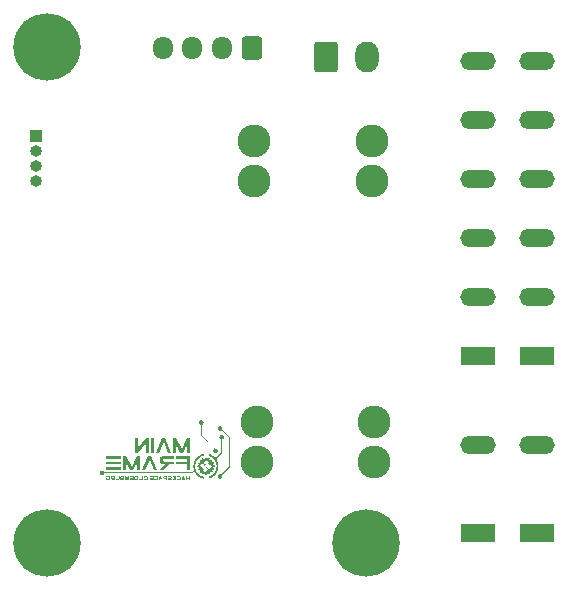
<source format=gbr>
%TF.GenerationSoftware,KiCad,Pcbnew,8.0.3*%
%TF.CreationDate,2024-06-13T00:54:23+02:00*%
%TF.ProjectId,pwm-ctrl,70776d2d-6374-4726-9c2e-6b696361645f,1*%
%TF.SameCoordinates,Original*%
%TF.FileFunction,Soldermask,Bot*%
%TF.FilePolarity,Negative*%
%FSLAX46Y46*%
G04 Gerber Fmt 4.6, Leading zero omitted, Abs format (unit mm)*
G04 Created by KiCad (PCBNEW 8.0.3) date 2024-06-13 00:54:23*
%MOMM*%
%LPD*%
G01*
G04 APERTURE LIST*
G04 Aperture macros list*
%AMRoundRect*
0 Rectangle with rounded corners*
0 $1 Rounding radius*
0 $2 $3 $4 $5 $6 $7 $8 $9 X,Y pos of 4 corners*
0 Add a 4 corners polygon primitive as box body*
4,1,4,$2,$3,$4,$5,$6,$7,$8,$9,$2,$3,0*
0 Add four circle primitives for the rounded corners*
1,1,$1+$1,$2,$3*
1,1,$1+$1,$4,$5*
1,1,$1+$1,$6,$7*
1,1,$1+$1,$8,$9*
0 Add four rect primitives between the rounded corners*
20,1,$1+$1,$2,$3,$4,$5,0*
20,1,$1+$1,$4,$5,$6,$7,0*
20,1,$1+$1,$6,$7,$8,$9,0*
20,1,$1+$1,$8,$9,$2,$3,0*%
G04 Aperture macros list end*
%ADD10C,0.000000*%
%ADD11C,3.600000*%
%ADD12C,5.700000*%
%ADD13RoundRect,0.250000X0.600000X0.725000X-0.600000X0.725000X-0.600000X-0.725000X0.600000X-0.725000X0*%
%ADD14O,1.700000X1.950000*%
%ADD15C,2.780000*%
%ADD16R,3.000000X1.500000*%
%ADD17O,3.000000X1.500000*%
%ADD18R,1.000000X1.000000*%
%ADD19O,1.000000X1.000000*%
%ADD20RoundRect,0.250000X-0.750000X-1.050000X0.750000X-1.050000X0.750000X1.050000X-0.750000X1.050000X0*%
%ADD21O,2.000000X2.600000*%
G04 APERTURE END LIST*
D10*
G36*
X172216254Y-141934173D02*
G01*
X172222798Y-141934495D01*
X172229127Y-141935031D01*
X172235242Y-141935782D01*
X172241143Y-141936748D01*
X172246829Y-141937928D01*
X172252300Y-141939322D01*
X172257557Y-141940932D01*
X172262599Y-141942755D01*
X172267426Y-141944794D01*
X172272039Y-141947047D01*
X172276438Y-141949514D01*
X172280622Y-141952196D01*
X172284591Y-141955093D01*
X172288346Y-141958204D01*
X172291886Y-141961529D01*
X172295212Y-141965070D01*
X172298323Y-141968825D01*
X172301220Y-141972794D01*
X172303902Y-141976978D01*
X172306369Y-141981376D01*
X172308622Y-141985989D01*
X172310660Y-141990817D01*
X172312484Y-141995859D01*
X172314093Y-142001116D01*
X172315488Y-142006587D01*
X172316668Y-142012273D01*
X172317634Y-142018173D01*
X172318384Y-142024288D01*
X172318921Y-142030618D01*
X172319243Y-142037162D01*
X172319350Y-142043921D01*
X172319350Y-142153733D01*
X172319243Y-142160492D01*
X172318921Y-142167035D01*
X172318384Y-142173365D01*
X172317633Y-142179479D01*
X172316667Y-142185379D01*
X172315486Y-142191065D01*
X172314091Y-142196535D01*
X172312481Y-142201791D01*
X172310657Y-142206833D01*
X172308618Y-142211659D01*
X172306364Y-142216272D01*
X172303896Y-142220669D01*
X172301214Y-142224852D01*
X172298316Y-142228821D01*
X172295205Y-142232574D01*
X172291878Y-142236114D01*
X172288338Y-142239438D01*
X172284583Y-142242548D01*
X172280613Y-142245444D01*
X172276429Y-142248125D01*
X172272030Y-142250592D01*
X172267417Y-142252844D01*
X172262590Y-142254881D01*
X172257548Y-142256704D01*
X172252292Y-142258313D01*
X172246821Y-142259707D01*
X172241136Y-142260886D01*
X172235236Y-142261851D01*
X172229122Y-142262602D01*
X172222794Y-142263138D01*
X172216252Y-142263459D01*
X172209495Y-142263567D01*
X171989785Y-142263567D01*
X171989785Y-142197654D01*
X172200246Y-142197697D01*
X172203516Y-142197645D01*
X172206682Y-142197490D01*
X172209745Y-142197231D01*
X172212705Y-142196869D01*
X172215560Y-142196404D01*
X172218312Y-142195835D01*
X172220961Y-142195163D01*
X172223505Y-142194388D01*
X172225946Y-142193509D01*
X172228284Y-142192526D01*
X172230517Y-142191441D01*
X172232647Y-142190252D01*
X172234673Y-142188959D01*
X172236596Y-142187564D01*
X172238414Y-142186065D01*
X172240129Y-142184462D01*
X172241740Y-142182757D01*
X172243247Y-142180948D01*
X172244651Y-142179035D01*
X172245950Y-142177020D01*
X172247146Y-142174901D01*
X172248237Y-142172679D01*
X172249225Y-142170354D01*
X172250109Y-142167925D01*
X172250889Y-142165393D01*
X172251565Y-142162758D01*
X172252137Y-142160020D01*
X172252605Y-142157178D01*
X172252969Y-142154233D01*
X172253229Y-142151186D01*
X172253386Y-142148034D01*
X172253438Y-142144780D01*
X172253438Y-142052705D01*
X172253386Y-142049460D01*
X172253230Y-142046319D01*
X172252972Y-142043280D01*
X172252609Y-142040345D01*
X172252143Y-142037513D01*
X172251574Y-142034784D01*
X172250901Y-142032157D01*
X172250125Y-142029634D01*
X172249245Y-142027214D01*
X172248261Y-142024897D01*
X172247175Y-142022683D01*
X172245984Y-142020572D01*
X172244691Y-142018564D01*
X172243294Y-142016659D01*
X172241793Y-142014857D01*
X172240190Y-142013158D01*
X172238482Y-142011562D01*
X172236672Y-142010069D01*
X172234758Y-142008679D01*
X172232741Y-142007392D01*
X172230620Y-142006208D01*
X172228396Y-142005127D01*
X172226069Y-142004148D01*
X172223639Y-142003273D01*
X172221105Y-142002501D01*
X172218468Y-142001832D01*
X172215728Y-142001266D01*
X172212884Y-142000803D01*
X172209938Y-142000442D01*
X172206888Y-142000185D01*
X172203735Y-142000030D01*
X172200478Y-141999979D01*
X171989785Y-141999979D01*
X171989785Y-141934066D01*
X172209495Y-141934066D01*
X172216254Y-141934173D01*
G37*
G36*
X171426568Y-141934120D02*
G01*
X171433111Y-141934410D01*
X171439441Y-141934893D01*
X171445555Y-141935569D01*
X171451455Y-141936439D01*
X171457140Y-141937502D01*
X171462611Y-141938759D01*
X171467867Y-141940208D01*
X171472908Y-141941851D01*
X171477735Y-141943687D01*
X171482347Y-141945716D01*
X171486745Y-141947938D01*
X171490928Y-141950353D01*
X171494896Y-141952961D01*
X171498650Y-141955762D01*
X171502189Y-141958756D01*
X171505514Y-141961943D01*
X171508624Y-141965323D01*
X171511520Y-141968896D01*
X171514201Y-141972662D01*
X171516668Y-141976621D01*
X171518920Y-141980773D01*
X171520957Y-141985117D01*
X171522780Y-141989655D01*
X171524389Y-141994385D01*
X171525783Y-141999308D01*
X171526962Y-142004423D01*
X171527927Y-142009732D01*
X171528678Y-142015233D01*
X171529214Y-142020927D01*
X171529535Y-142026813D01*
X171529643Y-142032892D01*
X171529535Y-142038975D01*
X171529214Y-142044865D01*
X171528678Y-142050562D01*
X171527927Y-142056066D01*
X171526962Y-142061376D01*
X171525783Y-142066494D01*
X171524389Y-142071419D01*
X171522780Y-142076151D01*
X171520957Y-142080690D01*
X171518920Y-142085035D01*
X171516668Y-142089188D01*
X171514201Y-142093147D01*
X171511520Y-142096914D01*
X171508624Y-142100487D01*
X171505514Y-142103868D01*
X171502189Y-142107055D01*
X171498650Y-142110049D01*
X171494896Y-142112850D01*
X171490928Y-142115458D01*
X171486745Y-142117873D01*
X171482347Y-142120094D01*
X171477735Y-142122123D01*
X171472908Y-142123958D01*
X171467867Y-142125600D01*
X171462611Y-142127049D01*
X171457140Y-142128305D01*
X171451455Y-142129368D01*
X171445555Y-142130237D01*
X171433111Y-142131396D01*
X171419809Y-142131783D01*
X171321003Y-142131783D01*
X171317624Y-142131815D01*
X171314351Y-142131912D01*
X171311186Y-142132073D01*
X171308128Y-142132299D01*
X171305178Y-142132589D01*
X171302334Y-142132943D01*
X171299598Y-142133362D01*
X171296969Y-142133846D01*
X171294447Y-142134393D01*
X171292032Y-142135006D01*
X171289725Y-142135682D01*
X171287525Y-142136423D01*
X171285432Y-142137228D01*
X171283446Y-142138098D01*
X171281568Y-142139032D01*
X171279796Y-142140030D01*
X171278133Y-142141093D01*
X171276576Y-142142220D01*
X171275127Y-142143411D01*
X171273785Y-142144666D01*
X171272550Y-142145986D01*
X171271423Y-142147370D01*
X171270403Y-142148818D01*
X171269490Y-142150330D01*
X171268685Y-142151907D01*
X171267987Y-142153547D01*
X171267396Y-142155252D01*
X171266913Y-142157021D01*
X171266537Y-142158855D01*
X171266269Y-142160752D01*
X171266108Y-142162714D01*
X171266054Y-142164739D01*
X171266108Y-142166767D01*
X171266269Y-142168730D01*
X171266537Y-142170629D01*
X171266913Y-142172464D01*
X171267396Y-142174234D01*
X171267987Y-142175939D01*
X171268685Y-142177581D01*
X171269490Y-142179158D01*
X171270403Y-142180670D01*
X171271423Y-142182119D01*
X171272550Y-142183503D01*
X171273785Y-142184822D01*
X171275127Y-142186077D01*
X171276576Y-142187268D01*
X171278133Y-142188395D01*
X171279796Y-142189457D01*
X171283446Y-142191388D01*
X171287525Y-142193061D01*
X171292032Y-142194478D01*
X171296969Y-142195636D01*
X171302334Y-142196537D01*
X171308128Y-142197181D01*
X171314351Y-142197567D01*
X171321003Y-142197696D01*
X171529664Y-142197696D01*
X171529664Y-142263609D01*
X171309975Y-142263609D01*
X171303217Y-142263513D01*
X171296673Y-142263223D01*
X171290343Y-142262740D01*
X171284228Y-142262065D01*
X171278328Y-142261196D01*
X171272642Y-142260134D01*
X171267170Y-142258878D01*
X171261914Y-142257430D01*
X171256872Y-142255789D01*
X171252044Y-142253954D01*
X171247431Y-142251927D01*
X171243032Y-142249706D01*
X171238848Y-142247292D01*
X171234879Y-142244685D01*
X171231124Y-142241885D01*
X171227584Y-142238892D01*
X171224258Y-142235706D01*
X171221147Y-142232327D01*
X171218250Y-142228754D01*
X171215568Y-142224989D01*
X171213101Y-142221030D01*
X171210848Y-142216878D01*
X171208810Y-142212534D01*
X171206986Y-142207996D01*
X171205377Y-142203265D01*
X171203982Y-142198340D01*
X171202802Y-142193223D01*
X171201836Y-142187913D01*
X171201085Y-142182409D01*
X171200549Y-142176713D01*
X171200227Y-142170823D01*
X171200120Y-142164740D01*
X171200227Y-142158659D01*
X171200549Y-142152771D01*
X171201086Y-142147076D01*
X171201837Y-142141574D01*
X171202803Y-142136266D01*
X171203984Y-142131150D01*
X171205379Y-142126227D01*
X171206989Y-142121497D01*
X171208813Y-142116960D01*
X171210852Y-142112616D01*
X171213106Y-142108465D01*
X171215574Y-142104507D01*
X171218257Y-142100742D01*
X171221154Y-142097171D01*
X171224265Y-142093792D01*
X171227592Y-142090606D01*
X171231132Y-142087614D01*
X171234888Y-142084814D01*
X171238857Y-142082207D01*
X171243041Y-142079794D01*
X171247440Y-142077573D01*
X171252053Y-142075546D01*
X171256881Y-142073712D01*
X171261922Y-142072071D01*
X171267179Y-142070622D01*
X171272649Y-142069367D01*
X171278335Y-142068305D01*
X171284234Y-142067436D01*
X171296676Y-142066278D01*
X171309975Y-142065891D01*
X171408866Y-142065891D01*
X171412245Y-142065859D01*
X171415517Y-142065762D01*
X171418681Y-142065601D01*
X171421737Y-142065375D01*
X171424687Y-142065084D01*
X171427528Y-142064729D01*
X171430263Y-142064309D01*
X171432890Y-142063825D01*
X171435409Y-142063276D01*
X171437821Y-142062663D01*
X171440126Y-142061986D01*
X171442324Y-142061244D01*
X171444414Y-142060437D01*
X171446396Y-142059566D01*
X171448272Y-142058631D01*
X171450040Y-142057631D01*
X171451701Y-142056567D01*
X171453254Y-142055439D01*
X171454701Y-142054246D01*
X171456040Y-142052989D01*
X171457272Y-142051668D01*
X171458396Y-142050282D01*
X171459414Y-142048832D01*
X171460324Y-142047318D01*
X171461127Y-142045739D01*
X171461824Y-142044097D01*
X171462412Y-142042390D01*
X171462894Y-142040619D01*
X171463269Y-142038784D01*
X171463537Y-142036884D01*
X171463697Y-142034921D01*
X171463751Y-142032893D01*
X171463697Y-142030869D01*
X171463537Y-142028909D01*
X171463269Y-142027013D01*
X171462894Y-142025181D01*
X171462412Y-142023413D01*
X171461824Y-142021708D01*
X171461128Y-142020068D01*
X171460324Y-142018492D01*
X171459414Y-142016980D01*
X171458397Y-142015532D01*
X171457272Y-142014148D01*
X171456040Y-142012829D01*
X171454701Y-142011573D01*
X171453255Y-142010382D01*
X171451701Y-142009254D01*
X171450040Y-142008191D01*
X171446397Y-142006258D01*
X171442324Y-142004582D01*
X171437822Y-142003163D01*
X171432890Y-142002002D01*
X171427529Y-142001099D01*
X171421738Y-142000453D01*
X171415517Y-142000065D01*
X171408866Y-141999936D01*
X171200120Y-141999936D01*
X171200120Y-141934023D01*
X171419809Y-141934023D01*
X171426568Y-141934120D01*
G37*
G36*
X174239548Y-140187519D02*
G01*
X174202191Y-140196837D01*
X174165462Y-140207701D01*
X174129395Y-140220074D01*
X174094028Y-140233919D01*
X174059398Y-140249200D01*
X174025541Y-140265880D01*
X173992494Y-140283923D01*
X173960294Y-140303291D01*
X173928977Y-140323947D01*
X173898580Y-140345856D01*
X173869140Y-140368981D01*
X173840693Y-140393284D01*
X173813276Y-140418729D01*
X173786926Y-140445280D01*
X173761679Y-140472899D01*
X173737573Y-140501551D01*
X173714643Y-140531197D01*
X173692927Y-140561802D01*
X173672460Y-140593329D01*
X173653281Y-140625741D01*
X173635425Y-140659001D01*
X173618930Y-140693073D01*
X173603831Y-140727920D01*
X173590166Y-140763505D01*
X173577971Y-140799792D01*
X173567284Y-140836744D01*
X173558139Y-140874323D01*
X173550576Y-140912495D01*
X173544629Y-140951221D01*
X173540336Y-140990465D01*
X173537733Y-141030190D01*
X173536857Y-141070360D01*
X173537674Y-141113463D01*
X173540110Y-141155827D01*
X173544138Y-141197427D01*
X173549733Y-141238237D01*
X173556869Y-141278233D01*
X173565522Y-141317387D01*
X173575666Y-141355676D01*
X173587276Y-141393073D01*
X173600326Y-141429554D01*
X173614790Y-141465091D01*
X173630644Y-141499661D01*
X173647862Y-141533238D01*
X173666418Y-141565796D01*
X173686288Y-141597310D01*
X173707445Y-141627754D01*
X173729865Y-141657103D01*
X173753522Y-141685331D01*
X173778391Y-141712413D01*
X173804445Y-141738324D01*
X173831661Y-141763037D01*
X173860012Y-141786528D01*
X173889473Y-141808772D01*
X173920018Y-141829741D01*
X173951623Y-141849413D01*
X173984262Y-141867759D01*
X174017909Y-141884756D01*
X174052539Y-141900378D01*
X174088127Y-141914599D01*
X174124647Y-141927394D01*
X174162075Y-141938738D01*
X174200383Y-141948604D01*
X174239548Y-141956968D01*
X174239548Y-142119528D01*
X174173615Y-142106440D01*
X174109587Y-142089674D01*
X174047562Y-142069328D01*
X173987636Y-142045500D01*
X173929908Y-142018288D01*
X173874473Y-141987791D01*
X173821430Y-141954108D01*
X173770876Y-141917336D01*
X173722907Y-141877574D01*
X173677620Y-141834919D01*
X173635114Y-141789472D01*
X173595485Y-141741329D01*
X173558831Y-141690589D01*
X173525247Y-141637350D01*
X173494833Y-141581712D01*
X173467684Y-141523771D01*
X173245710Y-141682076D01*
X165817776Y-141682076D01*
X165815864Y-141690351D01*
X165813607Y-141698487D01*
X165811013Y-141706478D01*
X165808090Y-141714315D01*
X165804846Y-141721989D01*
X165801290Y-141729493D01*
X165797429Y-141736818D01*
X165793272Y-141743956D01*
X165788828Y-141750900D01*
X165784103Y-141757640D01*
X165779107Y-141764168D01*
X165773847Y-141770477D01*
X165768332Y-141776558D01*
X165762569Y-141782403D01*
X165756568Y-141788004D01*
X165750336Y-141793352D01*
X165743882Y-141798440D01*
X165737213Y-141803259D01*
X165730338Y-141807801D01*
X165723265Y-141812057D01*
X165716002Y-141816021D01*
X165708558Y-141819682D01*
X165700940Y-141823034D01*
X165693156Y-141826068D01*
X165685216Y-141828775D01*
X165677127Y-141831148D01*
X165668897Y-141833179D01*
X165660534Y-141834858D01*
X165652047Y-141836179D01*
X165643444Y-141837133D01*
X165634732Y-141837711D01*
X165625921Y-141837905D01*
X165615841Y-141837650D01*
X165605893Y-141836893D01*
X165596088Y-141835647D01*
X165586441Y-141833923D01*
X165576962Y-141831734D01*
X165567664Y-141829093D01*
X165558561Y-141826012D01*
X165549663Y-141822502D01*
X165540983Y-141818577D01*
X165532534Y-141814248D01*
X165524327Y-141809529D01*
X165516377Y-141804430D01*
X165508693Y-141798966D01*
X165501290Y-141793147D01*
X165494179Y-141786986D01*
X165487372Y-141780496D01*
X165480883Y-141773689D01*
X165474722Y-141766577D01*
X165468904Y-141759173D01*
X165463439Y-141751488D01*
X165458340Y-141743536D01*
X165453621Y-141735327D01*
X165449292Y-141726876D01*
X165445366Y-141718194D01*
X165441856Y-141709293D01*
X165438774Y-141700186D01*
X165436133Y-141690885D01*
X165433944Y-141681403D01*
X165432220Y-141671751D01*
X165430973Y-141661942D01*
X165430216Y-141651988D01*
X165429961Y-141641902D01*
X165430212Y-141631818D01*
X165430965Y-141621866D01*
X165432208Y-141612058D01*
X165433929Y-141602407D01*
X165436114Y-141592926D01*
X165438753Y-141583626D01*
X165441832Y-141574519D01*
X165445339Y-141565619D01*
X165449262Y-141556937D01*
X165453589Y-141548486D01*
X165458307Y-141540278D01*
X165463403Y-141532325D01*
X165468867Y-141524640D01*
X165474684Y-141517236D01*
X165480843Y-141510123D01*
X165487332Y-141503316D01*
X165494139Y-141496825D01*
X165501250Y-141490664D01*
X165508653Y-141484845D01*
X165516337Y-141479379D01*
X165524289Y-141474280D01*
X165532497Y-141469560D01*
X165540948Y-141465231D01*
X165549630Y-141461305D01*
X165558530Y-141457795D01*
X165567637Y-141454713D01*
X165576938Y-141452071D01*
X165586421Y-141449882D01*
X165596073Y-141448157D01*
X165605882Y-141446911D01*
X165615835Y-141446154D01*
X165625921Y-141445899D01*
X165625923Y-141445899D01*
X165634735Y-141446093D01*
X165643448Y-141446672D01*
X165652052Y-141447626D01*
X165660540Y-141448947D01*
X165668903Y-141450628D01*
X165677134Y-141452660D01*
X165685223Y-141455034D01*
X165693163Y-141457744D01*
X165700946Y-141460779D01*
X165708563Y-141464133D01*
X165716007Y-141467797D01*
X165723269Y-141471762D01*
X165730340Y-141476021D01*
X165737214Y-141480566D01*
X165750335Y-141490478D01*
X165762564Y-141501433D01*
X165773838Y-141513366D01*
X165784091Y-141526211D01*
X165793258Y-141539901D01*
X165797414Y-141547043D01*
X165801273Y-141554372D01*
X165804828Y-141561880D01*
X165808071Y-141569558D01*
X165810993Y-141577399D01*
X165813587Y-141585393D01*
X165815843Y-141593534D01*
X165817755Y-141601812D01*
X173220034Y-141601812D01*
X173437797Y-141446555D01*
X173430616Y-141424775D01*
X173423866Y-141402745D01*
X173417551Y-141380469D01*
X173411675Y-141357952D01*
X173406243Y-141335197D01*
X173401260Y-141312208D01*
X173396729Y-141288989D01*
X173392656Y-141265545D01*
X173389045Y-141241880D01*
X173385901Y-141217996D01*
X173383228Y-141193900D01*
X173381031Y-141169594D01*
X173379314Y-141145083D01*
X173378082Y-141120371D01*
X173377340Y-141095462D01*
X173377091Y-141070359D01*
X173378173Y-141021910D01*
X173381389Y-140974012D01*
X173386691Y-140926710D01*
X173394034Y-140880051D01*
X173403372Y-140834082D01*
X173414656Y-140788849D01*
X173427842Y-140744399D01*
X173442883Y-140700778D01*
X173459732Y-140658032D01*
X173478343Y-140616209D01*
X173498669Y-140575355D01*
X173520665Y-140535516D01*
X173544283Y-140496739D01*
X173569477Y-140459070D01*
X173596201Y-140422555D01*
X173624408Y-140387242D01*
X173685086Y-140320406D01*
X173751139Y-140258934D01*
X173786066Y-140230325D01*
X173822197Y-140203196D01*
X173859487Y-140177595D01*
X173897888Y-140153566D01*
X173937355Y-140131158D01*
X173977840Y-140110416D01*
X174019298Y-140091387D01*
X174061682Y-140074117D01*
X174104945Y-140058653D01*
X174149041Y-140045042D01*
X174193925Y-140033329D01*
X174239548Y-140023562D01*
X174239548Y-140187519D01*
G37*
G36*
X166226487Y-141934194D02*
G01*
X166233029Y-141934516D01*
X166239357Y-141935053D01*
X166245471Y-141935803D01*
X166251370Y-141936769D01*
X166257054Y-141937949D01*
X166262525Y-141939344D01*
X166267780Y-141940953D01*
X166272821Y-141942777D01*
X166277648Y-141944815D01*
X166282260Y-141947068D01*
X166286658Y-141949535D01*
X166290841Y-141952217D01*
X166294810Y-141955114D01*
X166298564Y-141958225D01*
X166302104Y-141961551D01*
X166305429Y-141965091D01*
X166308540Y-141968846D01*
X166311436Y-141972815D01*
X166314118Y-141976999D01*
X166316585Y-141981398D01*
X166318838Y-141986011D01*
X166320876Y-141990838D01*
X166322700Y-141995880D01*
X166324309Y-142001137D01*
X166325703Y-142006608D01*
X166326883Y-142012294D01*
X166327849Y-142018195D01*
X166328600Y-142024310D01*
X166329136Y-142030639D01*
X166329458Y-142037183D01*
X166329565Y-142043942D01*
X166329565Y-142153754D01*
X166329458Y-142160513D01*
X166329136Y-142167057D01*
X166328600Y-142173386D01*
X166327849Y-142179501D01*
X166326883Y-142185401D01*
X166325703Y-142191086D01*
X166324309Y-142196556D01*
X166322699Y-142201812D01*
X166320876Y-142206854D01*
X166318838Y-142211681D01*
X166316585Y-142216293D01*
X166314118Y-142220690D01*
X166311436Y-142224873D01*
X166308540Y-142228842D01*
X166305429Y-142232596D01*
X166302104Y-142236135D01*
X166298564Y-142239460D01*
X166294809Y-142242570D01*
X166290841Y-142245465D01*
X166286657Y-142248146D01*
X166282260Y-142250613D01*
X166277648Y-142252865D01*
X166272821Y-142254902D01*
X166267780Y-142256725D01*
X166262524Y-142258334D01*
X166257054Y-142259728D01*
X166251369Y-142260907D01*
X166245470Y-142261872D01*
X166239357Y-142262623D01*
X166233029Y-142263159D01*
X166226487Y-142263481D01*
X166219730Y-142263588D01*
X166000000Y-142263588D01*
X166000000Y-142087906D01*
X166065934Y-142087906D01*
X166065934Y-142197718D01*
X166210460Y-142197718D01*
X166213734Y-142197666D01*
X166216903Y-142197511D01*
X166219969Y-142197253D01*
X166222930Y-142196891D01*
X166225787Y-142196425D01*
X166228540Y-142195856D01*
X166231189Y-142195184D01*
X166233734Y-142194409D01*
X166236175Y-142193530D01*
X166238512Y-142192547D01*
X166240745Y-142191462D01*
X166242873Y-142190273D01*
X166244898Y-142188980D01*
X166246819Y-142187585D01*
X166248636Y-142186086D01*
X166250349Y-142184483D01*
X166251958Y-142182778D01*
X166253463Y-142180969D01*
X166254864Y-142179057D01*
X166256161Y-142177041D01*
X166257354Y-142174922D01*
X166258444Y-142172700D01*
X166259430Y-142170375D01*
X166260312Y-142167946D01*
X166261090Y-142165415D01*
X166261764Y-142162779D01*
X166262334Y-142160041D01*
X166262801Y-142157200D01*
X166263164Y-142154255D01*
X166263423Y-142151207D01*
X166263579Y-142148056D01*
X166263631Y-142144801D01*
X166263631Y-142052726D01*
X166263579Y-142049482D01*
X166263424Y-142046340D01*
X166263166Y-142043302D01*
X166262805Y-142040366D01*
X166262341Y-142037534D01*
X166261773Y-142034805D01*
X166261102Y-142032179D01*
X166260327Y-142029655D01*
X166259450Y-142027235D01*
X166258469Y-142024918D01*
X166257385Y-142022704D01*
X166256197Y-142020593D01*
X166254906Y-142018585D01*
X166253511Y-142016680D01*
X166252014Y-142014878D01*
X166250412Y-142013179D01*
X166248708Y-142011583D01*
X166246900Y-142010090D01*
X166244988Y-142008700D01*
X166242973Y-142007413D01*
X166240854Y-142006229D01*
X166238632Y-142005148D01*
X166236306Y-142004170D01*
X166233877Y-142003294D01*
X166231344Y-142002522D01*
X166228708Y-142001853D01*
X166225968Y-142001287D01*
X166223125Y-142000824D01*
X166220177Y-142000463D01*
X166217127Y-142000206D01*
X166213972Y-142000052D01*
X166210714Y-142000000D01*
X166000000Y-142000000D01*
X166000000Y-141934087D01*
X166219730Y-141934087D01*
X166226487Y-141934194D01*
G37*
G36*
X167212088Y-140451192D02*
G01*
X166014880Y-140451192D01*
X166014880Y-140210612D01*
X167212088Y-140210612D01*
X167212088Y-140451192D01*
G37*
G36*
X166724428Y-142263609D02*
G01*
X166658537Y-142263609D01*
X166658537Y-142131783D01*
X166626406Y-142131783D01*
X166471741Y-142263651D01*
X166370500Y-142263651D01*
X166525165Y-142131826D01*
X166504698Y-142131826D01*
X166497941Y-142131729D01*
X166491399Y-142131439D01*
X166485071Y-142130956D01*
X166478958Y-142130280D01*
X166473060Y-142129410D01*
X166467376Y-142128348D01*
X166461907Y-142127092D01*
X166456652Y-142125643D01*
X166451611Y-142124001D01*
X166446786Y-142122166D01*
X166442174Y-142120137D01*
X166437777Y-142117915D01*
X166433595Y-142115501D01*
X166429628Y-142112893D01*
X166425874Y-142110092D01*
X166422336Y-142107098D01*
X166419011Y-142103910D01*
X166415902Y-142100530D01*
X166413006Y-142096957D01*
X166410326Y-142093190D01*
X166407859Y-142089231D01*
X166405607Y-142085078D01*
X166403570Y-142080732D01*
X166401747Y-142076194D01*
X166400139Y-142071462D01*
X166398745Y-142066537D01*
X166397566Y-142061419D01*
X166396601Y-142056108D01*
X166395850Y-142050605D01*
X166395314Y-142044908D01*
X166394992Y-142039018D01*
X166394885Y-142032935D01*
X166394886Y-142032871D01*
X166460756Y-142032871D01*
X166460810Y-142034899D01*
X166460971Y-142036862D01*
X166461239Y-142038762D01*
X166461615Y-142040597D01*
X166462098Y-142042368D01*
X166462689Y-142044075D01*
X166463387Y-142045717D01*
X166464192Y-142047296D01*
X166465105Y-142048810D01*
X166466125Y-142050260D01*
X166467252Y-142051646D01*
X166468487Y-142052967D01*
X166469829Y-142054224D01*
X166471278Y-142055417D01*
X166472835Y-142056545D01*
X166474499Y-142057609D01*
X166478148Y-142059544D01*
X166482227Y-142061222D01*
X166486734Y-142062641D01*
X166491671Y-142063803D01*
X166497036Y-142064707D01*
X166502830Y-142065353D01*
X166509053Y-142065740D01*
X166515705Y-142065870D01*
X166658495Y-142065827D01*
X166658495Y-141999914D01*
X166515705Y-141999914D01*
X166512323Y-141999947D01*
X166509049Y-142000044D01*
X166505883Y-142000205D01*
X166502824Y-142000431D01*
X166499872Y-142000722D01*
X166497028Y-142001077D01*
X166494291Y-142001496D01*
X166491661Y-142001980D01*
X166489139Y-142002528D01*
X166486724Y-142003141D01*
X166484417Y-142003818D01*
X166482217Y-142004560D01*
X166480124Y-142005366D01*
X166478139Y-142006236D01*
X166476261Y-142007171D01*
X166474490Y-142008169D01*
X166472827Y-142009232D01*
X166471271Y-142010360D01*
X166469822Y-142011551D01*
X166468481Y-142012807D01*
X166467247Y-142014126D01*
X166466121Y-142015510D01*
X166465101Y-142016958D01*
X166464189Y-142018470D01*
X166463384Y-142020046D01*
X166462687Y-142021686D01*
X166462097Y-142023391D01*
X166461614Y-142025159D01*
X166461239Y-142026991D01*
X166460971Y-142028887D01*
X166460810Y-142030847D01*
X166460756Y-142032871D01*
X166394886Y-142032871D01*
X166394992Y-142026856D01*
X166395314Y-142020969D01*
X166395850Y-142015276D01*
X166396601Y-142009775D01*
X166397566Y-142004466D01*
X166398745Y-141999350D01*
X166400139Y-141994428D01*
X166401747Y-141989697D01*
X166403570Y-141985160D01*
X166405607Y-141980816D01*
X166407859Y-141976664D01*
X166410326Y-141972705D01*
X166413006Y-141968939D01*
X166415902Y-141965366D01*
X166419011Y-141961986D01*
X166422336Y-141958799D01*
X166425874Y-141955805D01*
X166429628Y-141953003D01*
X166433595Y-141950395D01*
X166437777Y-141947980D01*
X166442174Y-141945758D01*
X166446786Y-141943729D01*
X166451611Y-141941894D01*
X166456652Y-141940251D01*
X166461907Y-141938801D01*
X166467376Y-141937545D01*
X166473060Y-141936482D01*
X166478958Y-141935612D01*
X166491399Y-141934452D01*
X166504698Y-141934066D01*
X166724428Y-141934066D01*
X166724428Y-142065827D01*
X166724428Y-142263609D01*
G37*
G36*
X174052572Y-137186849D02*
G01*
X174062526Y-137187606D01*
X174072335Y-137188852D01*
X174081987Y-137190576D01*
X174091469Y-137192765D01*
X174100770Y-137195406D01*
X174109877Y-137198488D01*
X174118778Y-137201997D01*
X174127460Y-137205923D01*
X174135911Y-137210251D01*
X174144119Y-137214971D01*
X174152072Y-137220069D01*
X174159756Y-137225534D01*
X174167161Y-137231353D01*
X174174273Y-137237513D01*
X174181080Y-137244003D01*
X174187570Y-137250810D01*
X174193731Y-137257922D01*
X174199549Y-137265327D01*
X174205014Y-137273011D01*
X174210112Y-137280964D01*
X174214832Y-137289172D01*
X174219161Y-137297623D01*
X174223086Y-137306305D01*
X174226595Y-137315206D01*
X174229677Y-137324313D01*
X174232318Y-137333614D01*
X174234507Y-137343097D01*
X174236231Y-137352749D01*
X174237477Y-137362558D01*
X174238234Y-137372511D01*
X174238489Y-137382597D01*
X174238295Y-137391406D01*
X174237716Y-137400116D01*
X174236762Y-137408717D01*
X174235440Y-137417203D01*
X174233760Y-137425564D01*
X174231728Y-137433793D01*
X174229353Y-137441881D01*
X174226644Y-137449820D01*
X174223609Y-137457602D01*
X174220255Y-137465219D01*
X174216591Y-137472663D01*
X174212626Y-137479925D01*
X174208366Y-137486997D01*
X174203822Y-137493872D01*
X174193910Y-137506994D01*
X174182954Y-137519226D01*
X174171022Y-137530503D01*
X174158177Y-137540758D01*
X174144486Y-137549928D01*
X174137344Y-137554084D01*
X174130015Y-137557945D01*
X174122508Y-137561501D01*
X174114829Y-137564745D01*
X174106989Y-137567668D01*
X174098994Y-137570262D01*
X174090854Y-137572519D01*
X174082576Y-137574431D01*
X174082576Y-138438454D01*
X175139342Y-139604822D01*
X175146761Y-139600683D01*
X175154310Y-139596891D01*
X175169750Y-139590350D01*
X175185569Y-139585196D01*
X175201677Y-139581423D01*
X175217979Y-139579028D01*
X175234383Y-139578006D01*
X175250797Y-139578352D01*
X175267128Y-139580063D01*
X175283284Y-139583133D01*
X175299172Y-139587559D01*
X175314699Y-139593335D01*
X175329774Y-139600459D01*
X175337112Y-139604524D01*
X175344303Y-139608924D01*
X175351334Y-139613659D01*
X175358194Y-139618727D01*
X175364871Y-139624129D01*
X175371354Y-139629864D01*
X175377631Y-139635931D01*
X175383690Y-139642330D01*
X175390272Y-139649974D01*
X175396393Y-139657857D01*
X175402055Y-139665962D01*
X175407257Y-139674271D01*
X175412001Y-139682767D01*
X175416288Y-139691432D01*
X175420119Y-139700249D01*
X175423494Y-139709201D01*
X175426414Y-139718270D01*
X175428881Y-139727439D01*
X175430894Y-139736690D01*
X175432456Y-139746007D01*
X175433566Y-139755370D01*
X175434225Y-139764764D01*
X175434435Y-139774170D01*
X175434197Y-139783572D01*
X175433510Y-139792952D01*
X175432376Y-139802292D01*
X175430796Y-139811575D01*
X175428771Y-139820783D01*
X175426301Y-139829900D01*
X175423388Y-139838908D01*
X175420031Y-139847789D01*
X175416233Y-139856526D01*
X175411994Y-139865102D01*
X175407314Y-139873498D01*
X175402195Y-139881699D01*
X175396637Y-139889685D01*
X175390642Y-139897441D01*
X175384210Y-139904948D01*
X175377341Y-139912190D01*
X175370038Y-139919147D01*
X175362392Y-139925731D01*
X175354507Y-139931854D01*
X175346401Y-139937516D01*
X175338091Y-139942720D01*
X175329594Y-139947465D01*
X175320927Y-139951753D01*
X175312109Y-139955584D01*
X175303157Y-139958959D01*
X175294087Y-139961880D01*
X175284918Y-139964347D01*
X175275667Y-139966360D01*
X175266351Y-139967921D01*
X175256987Y-139969030D01*
X175247593Y-139969689D01*
X175238187Y-139969899D01*
X175228785Y-139969659D01*
X175219405Y-139968971D01*
X175210065Y-139967836D01*
X175200782Y-139966255D01*
X175191574Y-139964228D01*
X175182457Y-139961757D01*
X175173449Y-139958842D01*
X175164567Y-139955484D01*
X175155830Y-139951684D01*
X175147254Y-139947443D01*
X175138856Y-139942761D01*
X175130655Y-139937640D01*
X175122667Y-139932081D01*
X175114910Y-139926084D01*
X175107402Y-139919649D01*
X175100159Y-139912779D01*
X175093199Y-139905474D01*
X175087428Y-139898814D01*
X175082008Y-139891971D01*
X175076939Y-139884955D01*
X175072220Y-139877780D01*
X175067851Y-139870456D01*
X175063831Y-139862994D01*
X175060159Y-139855407D01*
X175056836Y-139847706D01*
X175053859Y-139839902D01*
X175051230Y-139832007D01*
X175048946Y-139824032D01*
X175047008Y-139815990D01*
X175045415Y-139807891D01*
X175044167Y-139799747D01*
X175042701Y-139783371D01*
X175042606Y-139766954D01*
X175043876Y-139750589D01*
X175046509Y-139734367D01*
X175050498Y-139718382D01*
X175052999Y-139710507D01*
X175055839Y-139702725D01*
X175059015Y-139695049D01*
X175062527Y-139687489D01*
X175066375Y-139680058D01*
X175070558Y-139672766D01*
X175075076Y-139665626D01*
X175079928Y-139658649D01*
X174002375Y-138469337D01*
X174002375Y-137574431D01*
X173994099Y-137572520D01*
X173985960Y-137570263D01*
X173977967Y-137567669D01*
X173970128Y-137564746D01*
X173962452Y-137561502D01*
X173954945Y-137557946D01*
X173947617Y-137554085D01*
X173940477Y-137549928D01*
X173933531Y-137545484D01*
X173926788Y-137540759D01*
X173920257Y-137535763D01*
X173913945Y-137530503D01*
X173907861Y-137524988D01*
X173902014Y-137519227D01*
X173896410Y-137513226D01*
X173891060Y-137506994D01*
X173885969Y-137500540D01*
X173881148Y-137493872D01*
X173876604Y-137486998D01*
X173872345Y-137479925D01*
X173868380Y-137472663D01*
X173864716Y-137465220D01*
X173861363Y-137457603D01*
X173858327Y-137449821D01*
X173855618Y-137441881D01*
X173853244Y-137433793D01*
X173851212Y-137425565D01*
X173849531Y-137417203D01*
X173848210Y-137408718D01*
X173847256Y-137400116D01*
X173846677Y-137391407D01*
X173846483Y-137382598D01*
X173846483Y-137382597D01*
X173846738Y-137372513D01*
X173847495Y-137362561D01*
X173848741Y-137352753D01*
X173850465Y-137343103D01*
X173852654Y-137333621D01*
X173855295Y-137324321D01*
X173858377Y-137315214D01*
X173861886Y-137306314D01*
X173865811Y-137297632D01*
X173870140Y-137289181D01*
X173874860Y-137280973D01*
X173879958Y-137273021D01*
X173885423Y-137265336D01*
X173891242Y-137257931D01*
X173897402Y-137250819D01*
X173903892Y-137244011D01*
X173910699Y-137237521D01*
X173917811Y-137231359D01*
X173925216Y-137225540D01*
X173932900Y-137220075D01*
X173940853Y-137214976D01*
X173949061Y-137210255D01*
X173957512Y-137205926D01*
X173966194Y-137202000D01*
X173975095Y-137198490D01*
X173984202Y-137195408D01*
X173993503Y-137192766D01*
X174002985Y-137190577D01*
X174012637Y-137188853D01*
X174022446Y-137187606D01*
X174032400Y-137186849D01*
X174042486Y-137186594D01*
X174052572Y-137186849D01*
G37*
G36*
X175790332Y-138414558D02*
G01*
X175800284Y-138415315D01*
X175810092Y-138416561D01*
X175819742Y-138418285D01*
X175829223Y-138420474D01*
X175838523Y-138423115D01*
X175847628Y-138426197D01*
X175856528Y-138429706D01*
X175865209Y-138433632D01*
X175873659Y-138437960D01*
X175881867Y-138442680D01*
X175889818Y-138447778D01*
X175897502Y-138453243D01*
X175904906Y-138459062D01*
X175912017Y-138465222D01*
X175918824Y-138471712D01*
X175925313Y-138478519D01*
X175931474Y-138485631D01*
X175937292Y-138493036D01*
X175942757Y-138500720D01*
X175947855Y-138508673D01*
X175952574Y-138516881D01*
X175956902Y-138525332D01*
X175960828Y-138534014D01*
X175964337Y-138542915D01*
X175967419Y-138552022D01*
X175970060Y-138561323D01*
X175972248Y-138570806D01*
X175973972Y-138580458D01*
X175975219Y-138590267D01*
X175975976Y-138600220D01*
X175976231Y-138610306D01*
X175976036Y-138619115D01*
X175975458Y-138627825D01*
X175974504Y-138636426D01*
X175973183Y-138644912D01*
X175971503Y-138653273D01*
X175969471Y-138661501D01*
X175967098Y-138669590D01*
X175964389Y-138677529D01*
X175961355Y-138685311D01*
X175958002Y-138692928D01*
X175954339Y-138700372D01*
X175950375Y-138707634D01*
X175946117Y-138714706D01*
X175941574Y-138721580D01*
X175931664Y-138734703D01*
X175920712Y-138746935D01*
X175908783Y-138758212D01*
X175895942Y-138768467D01*
X175882255Y-138777637D01*
X175875114Y-138781793D01*
X175867787Y-138785654D01*
X175860281Y-138789210D01*
X175852605Y-138792454D01*
X175844767Y-138795377D01*
X175836774Y-138797971D01*
X175828635Y-138800228D01*
X175820359Y-138802140D01*
X175820359Y-139946833D01*
X175287827Y-140433624D01*
X175312003Y-140467444D01*
X175334880Y-140502229D01*
X175356423Y-140537943D01*
X175376596Y-140574551D01*
X175395363Y-140612015D01*
X175412687Y-140650300D01*
X175428532Y-140689371D01*
X175442862Y-140729190D01*
X175455642Y-140769722D01*
X175466835Y-140810931D01*
X175476405Y-140852781D01*
X175484316Y-140895235D01*
X175490532Y-140938258D01*
X175495016Y-140981814D01*
X175497733Y-141025867D01*
X175498647Y-141070381D01*
X175497613Y-141117740D01*
X175494539Y-141164575D01*
X175489469Y-141210842D01*
X175482446Y-141256498D01*
X175473514Y-141301499D01*
X175462716Y-141345802D01*
X175450094Y-141389363D01*
X175435694Y-141432139D01*
X175419558Y-141474086D01*
X175401729Y-141515161D01*
X175361168Y-141594522D01*
X175314357Y-141669873D01*
X175261644Y-141740867D01*
X175203376Y-141807155D01*
X175139899Y-141868391D01*
X175071561Y-141924227D01*
X174998710Y-141974315D01*
X174921691Y-142018308D01*
X174881728Y-142037909D01*
X174840853Y-142055857D01*
X174799109Y-142072107D01*
X174756541Y-142086616D01*
X174713192Y-142099340D01*
X174669104Y-142110236D01*
X174669104Y-141945178D01*
X174704908Y-141934808D01*
X174740090Y-141923006D01*
X174774615Y-141909804D01*
X174808451Y-141895238D01*
X174841564Y-141879340D01*
X174873919Y-141862144D01*
X174905484Y-141843685D01*
X174936224Y-141823996D01*
X174966105Y-141803110D01*
X174995095Y-141781063D01*
X175023158Y-141757887D01*
X175050262Y-141733616D01*
X175076373Y-141708284D01*
X175101456Y-141681926D01*
X175125479Y-141654574D01*
X175148408Y-141626262D01*
X175170208Y-141597025D01*
X175190846Y-141566896D01*
X175210288Y-141535909D01*
X175228501Y-141504098D01*
X175245451Y-141471497D01*
X175261104Y-141438138D01*
X175275426Y-141404057D01*
X175288384Y-141369287D01*
X175299944Y-141333862D01*
X175310072Y-141297816D01*
X175318734Y-141261182D01*
X175325897Y-141223994D01*
X175331527Y-141186286D01*
X175335590Y-141148092D01*
X175338053Y-141109445D01*
X175338881Y-141070381D01*
X175338053Y-141031314D01*
X175335590Y-140992665D01*
X175331527Y-140954469D01*
X175325898Y-140916758D01*
X175318735Y-140879567D01*
X175310074Y-140842930D01*
X175299946Y-140806881D01*
X175288387Y-140771453D01*
X175261108Y-140702595D01*
X175228507Y-140636629D01*
X175190853Y-140573826D01*
X175148416Y-140514454D01*
X175101465Y-140458786D01*
X175050271Y-140407092D01*
X174995104Y-140359643D01*
X174936233Y-140316709D01*
X174873927Y-140278562D01*
X174808458Y-140245471D01*
X174740093Y-140217707D01*
X174704910Y-140205908D01*
X174669104Y-140195541D01*
X174669104Y-140030483D01*
X174710859Y-140040754D01*
X174751953Y-140052666D01*
X174792349Y-140066182D01*
X174832012Y-140081266D01*
X174870904Y-140097880D01*
X174908989Y-140115987D01*
X174946230Y-140135551D01*
X174982591Y-140156534D01*
X175018034Y-140178899D01*
X175052524Y-140202610D01*
X175086024Y-140227629D01*
X175118497Y-140253919D01*
X175149906Y-140281444D01*
X175180216Y-140310166D01*
X175209388Y-140340049D01*
X175237387Y-140371055D01*
X175740159Y-139911506D01*
X175740159Y-138802140D01*
X175731881Y-138800228D01*
X175723740Y-138797971D01*
X175715746Y-138795377D01*
X175707906Y-138792454D01*
X175700228Y-138789210D01*
X175692721Y-138785654D01*
X175685392Y-138781793D01*
X175678251Y-138777637D01*
X175671305Y-138773192D01*
X175664562Y-138768467D01*
X175658031Y-138763471D01*
X175651719Y-138758212D01*
X175645636Y-138752697D01*
X175639789Y-138746935D01*
X175634186Y-138740934D01*
X175628835Y-138734703D01*
X175623746Y-138728249D01*
X175618925Y-138721580D01*
X175614381Y-138714706D01*
X175610123Y-138707634D01*
X175606159Y-138700372D01*
X175602496Y-138692928D01*
X175599143Y-138685311D01*
X175596108Y-138677529D01*
X175593399Y-138669590D01*
X175591026Y-138661501D01*
X175588994Y-138653273D01*
X175587314Y-138644912D01*
X175585993Y-138636426D01*
X175585039Y-138627825D01*
X175584461Y-138619115D01*
X175584266Y-138610306D01*
X175584521Y-138600222D01*
X175585278Y-138590270D01*
X175586525Y-138580462D01*
X175588248Y-138570812D01*
X175590437Y-138561330D01*
X175593078Y-138552030D01*
X175596160Y-138542923D01*
X175599669Y-138534023D01*
X175603594Y-138525341D01*
X175607923Y-138516890D01*
X175612642Y-138508682D01*
X175617740Y-138500730D01*
X175623205Y-138493045D01*
X175629023Y-138485640D01*
X175635183Y-138478528D01*
X175641673Y-138471720D01*
X175648479Y-138465229D01*
X175655591Y-138459068D01*
X175662995Y-138453249D01*
X175670678Y-138447784D01*
X175678630Y-138442685D01*
X175686837Y-138437964D01*
X175695288Y-138433635D01*
X175703969Y-138429709D01*
X175712868Y-138426199D01*
X175721974Y-138423117D01*
X175731274Y-138420475D01*
X175740755Y-138418286D01*
X175750405Y-138416562D01*
X175760212Y-138415315D01*
X175770164Y-138414558D01*
X175780248Y-138414303D01*
X175790332Y-138414558D01*
G37*
G36*
X173097310Y-142263546D02*
G01*
X173031397Y-142263546D01*
X173031397Y-142131720D01*
X172833658Y-142131720D01*
X172833658Y-142263546D01*
X172767744Y-142263546D01*
X172767744Y-141934002D01*
X172833658Y-141934256D01*
X172833658Y-142065850D01*
X173031397Y-142065850D01*
X173031397Y-141934002D01*
X173097310Y-141934002D01*
X173097310Y-142263546D01*
G37*
G36*
X170004056Y-142263567D02*
G01*
X169674533Y-142263567D01*
X169674533Y-142197654D01*
X169938164Y-142197654D01*
X169938164Y-142131741D01*
X169674533Y-142131741D01*
X169674533Y-142065850D01*
X169938164Y-142065850D01*
X169938164Y-141999936D01*
X169674533Y-141999936D01*
X169674533Y-141934023D01*
X170004056Y-141934023D01*
X170004056Y-142263567D01*
G37*
G36*
X168139483Y-141146327D02*
G01*
X168612791Y-140210612D01*
X168857774Y-140210612D01*
X168857774Y-141413344D01*
X168618401Y-141413344D01*
X168618401Y-140732603D01*
X168274442Y-141413344D01*
X168004652Y-141413344D01*
X168004652Y-141412497D01*
X167660694Y-140731777D01*
X167660694Y-141413344D01*
X167421277Y-141413344D01*
X167421277Y-140210612D01*
X167666218Y-140210612D01*
X168139483Y-141146327D01*
G37*
G36*
X171718704Y-140451213D02*
G01*
X170960535Y-140451213D01*
X170936378Y-140451683D01*
X170913779Y-140453091D01*
X170892739Y-140455439D01*
X170873256Y-140458726D01*
X170855331Y-140462953D01*
X170838964Y-140468118D01*
X170824156Y-140474223D01*
X170810906Y-140481267D01*
X170804865Y-140485141D01*
X170799214Y-140489251D01*
X170793953Y-140493595D01*
X170789081Y-140498173D01*
X170784599Y-140502987D01*
X170780507Y-140508036D01*
X170776804Y-140513319D01*
X170773491Y-140518838D01*
X170770568Y-140524591D01*
X170768035Y-140530579D01*
X170765891Y-140536802D01*
X170764137Y-140543259D01*
X170762772Y-140549952D01*
X170761798Y-140556880D01*
X170761213Y-140564042D01*
X170761018Y-140571440D01*
X170761213Y-140578841D01*
X170761798Y-140586007D01*
X170762772Y-140592939D01*
X170764137Y-140599636D01*
X170765891Y-140606097D01*
X170768035Y-140612324D01*
X170770568Y-140618316D01*
X170773491Y-140624073D01*
X170776804Y-140629595D01*
X170780507Y-140634882D01*
X170784599Y-140639934D01*
X170789081Y-140644751D01*
X170793953Y-140649333D01*
X170799214Y-140653681D01*
X170804865Y-140657793D01*
X170810906Y-140661670D01*
X170817336Y-140665313D01*
X170824156Y-140668720D01*
X170831365Y-140671893D01*
X170838964Y-140674830D01*
X170846953Y-140677533D01*
X170855331Y-140680000D01*
X170864098Y-140682233D01*
X170873256Y-140684230D01*
X170882802Y-140685993D01*
X170892739Y-140687520D01*
X170903064Y-140688813D01*
X170913779Y-140689870D01*
X170924884Y-140690693D01*
X170936378Y-140691281D01*
X170948262Y-140691633D01*
X170960535Y-140691751D01*
X171718704Y-140691751D01*
X171718704Y-140932268D01*
X171362765Y-140932268D01*
X170800917Y-141413344D01*
X170432977Y-141413344D01*
X170994847Y-140932247D01*
X170920594Y-140932247D01*
X170872280Y-140930838D01*
X170827080Y-140926609D01*
X170805649Y-140923438D01*
X170784996Y-140919562D01*
X170765122Y-140914982D01*
X170746028Y-140909696D01*
X170727712Y-140903706D01*
X170710175Y-140897011D01*
X170693417Y-140889612D01*
X170677438Y-140881507D01*
X170662238Y-140872698D01*
X170647817Y-140863185D01*
X170634175Y-140852966D01*
X170621313Y-140842043D01*
X170609230Y-140830415D01*
X170597926Y-140818082D01*
X170587401Y-140805044D01*
X170577656Y-140791302D01*
X170568690Y-140776854D01*
X170560504Y-140761702D01*
X170553097Y-140745846D01*
X170546470Y-140729284D01*
X170540622Y-140712018D01*
X170535554Y-140694047D01*
X170531265Y-140675371D01*
X170527756Y-140655990D01*
X170525027Y-140635904D01*
X170523077Y-140615114D01*
X170521908Y-140593619D01*
X170521518Y-140571419D01*
X170521908Y-140549226D01*
X170523077Y-140527738D01*
X170525026Y-140506954D01*
X170527755Y-140486874D01*
X170531264Y-140467498D01*
X170535552Y-140448826D01*
X170540620Y-140430859D01*
X170546467Y-140413596D01*
X170553094Y-140397037D01*
X170560500Y-140381183D01*
X170568686Y-140366032D01*
X170577651Y-140351587D01*
X170587395Y-140337845D01*
X170597919Y-140324808D01*
X170609222Y-140312476D01*
X170621305Y-140300848D01*
X170634167Y-140289924D01*
X170647808Y-140279706D01*
X170662229Y-140270191D01*
X170677428Y-140261381D01*
X170693407Y-140253276D01*
X170710165Y-140245876D01*
X170727702Y-140239180D01*
X170746019Y-140233189D01*
X170765114Y-140227902D01*
X170784988Y-140223321D01*
X170805642Y-140219444D01*
X170827074Y-140216272D01*
X170849286Y-140213805D01*
X170872276Y-140212043D01*
X170896045Y-140210985D01*
X170920594Y-140210633D01*
X171718704Y-140210633D01*
X171718704Y-140451213D01*
G37*
G36*
X171519653Y-139919401D02*
G01*
X171258647Y-139919401D01*
X170869963Y-139018970D01*
X170480539Y-139919401D01*
X170220316Y-139919422D01*
X170739894Y-138716690D01*
X171000053Y-138716690D01*
X171519653Y-139919401D01*
G37*
G36*
X166858246Y-142144504D02*
G01*
X166858297Y-142147776D01*
X166858452Y-142150944D01*
X166858711Y-142154007D01*
X166859073Y-142156967D01*
X166859539Y-142159823D01*
X166860107Y-142162575D01*
X166860780Y-142165222D01*
X166861556Y-142167766D01*
X166862435Y-142170206D01*
X166863417Y-142172542D01*
X166864503Y-142174773D01*
X166865693Y-142176901D01*
X166866986Y-142178925D01*
X166868382Y-142180846D01*
X166869882Y-142182662D01*
X166871485Y-142184374D01*
X166873192Y-142185983D01*
X166875002Y-142187487D01*
X166876916Y-142188888D01*
X166878933Y-142190185D01*
X166881053Y-142191378D01*
X166883277Y-142192467D01*
X166885605Y-142193453D01*
X166888035Y-142194335D01*
X166890570Y-142195113D01*
X166893207Y-142195787D01*
X166895948Y-142196357D01*
X166898793Y-142196824D01*
X166901741Y-142197187D01*
X166904792Y-142197446D01*
X166907947Y-142197602D01*
X166911205Y-142197654D01*
X167003280Y-142197654D01*
X167006522Y-142197602D01*
X167009662Y-142197447D01*
X167012699Y-142197188D01*
X167015632Y-142196826D01*
X167018463Y-142196361D01*
X167021191Y-142195792D01*
X167023816Y-142195120D01*
X167026338Y-142194344D01*
X167028757Y-142193465D01*
X167031073Y-142192483D01*
X167033286Y-142191397D01*
X167035396Y-142190208D01*
X167037404Y-142188916D01*
X167039308Y-142187520D01*
X167041110Y-142186021D01*
X167042808Y-142184419D01*
X167044404Y-142182713D01*
X167045896Y-142180904D01*
X167047286Y-142178992D01*
X167048573Y-142176977D01*
X167049756Y-142174858D01*
X167050837Y-142172636D01*
X167051815Y-142170310D01*
X167052690Y-142167882D01*
X167053462Y-142165350D01*
X167054131Y-142162715D01*
X167054697Y-142159976D01*
X167055161Y-142157135D01*
X167055521Y-142154190D01*
X167055778Y-142151142D01*
X167055933Y-142147991D01*
X167055984Y-142144737D01*
X167055984Y-141934023D01*
X167121876Y-141934023D01*
X167121876Y-142153733D01*
X167121769Y-142160492D01*
X167121447Y-142167035D01*
X167120911Y-142173365D01*
X167120160Y-142179479D01*
X167119195Y-142185379D01*
X167118016Y-142191065D01*
X167116622Y-142196535D01*
X167115014Y-142201791D01*
X167113191Y-142206833D01*
X167111153Y-142211659D01*
X167108902Y-142216272D01*
X167106435Y-142220669D01*
X167103755Y-142224852D01*
X167100859Y-142228821D01*
X167097750Y-142232574D01*
X167094425Y-142236114D01*
X167090887Y-142239438D01*
X167087133Y-142242548D01*
X167083166Y-142245444D01*
X167078983Y-142248125D01*
X167074587Y-142250592D01*
X167069975Y-142252844D01*
X167065150Y-142254881D01*
X167060109Y-142256704D01*
X167054854Y-142258313D01*
X167049385Y-142259707D01*
X167043701Y-142260886D01*
X167037803Y-142261851D01*
X167031690Y-142262602D01*
X167025362Y-142263138D01*
X167018820Y-142263459D01*
X167012063Y-142263567D01*
X166902229Y-142263567D01*
X166895468Y-142263459D01*
X166888922Y-142263138D01*
X166882591Y-142262602D01*
X166876475Y-142261851D01*
X166870573Y-142260886D01*
X166864886Y-142259707D01*
X166859413Y-142258313D01*
X166854155Y-142256704D01*
X166849112Y-142254881D01*
X166844283Y-142252844D01*
X166839670Y-142250592D01*
X166835270Y-142248125D01*
X166831086Y-142245444D01*
X166827116Y-142242548D01*
X166823360Y-142239438D01*
X166819819Y-142236114D01*
X166816493Y-142232574D01*
X166813382Y-142228821D01*
X166810485Y-142224852D01*
X166807803Y-142220669D01*
X166805335Y-142216272D01*
X166803082Y-142211659D01*
X166801043Y-142206833D01*
X166799219Y-142201791D01*
X166797610Y-142196535D01*
X166796215Y-142191065D01*
X166795035Y-142185379D01*
X166794070Y-142179479D01*
X166793319Y-142173365D01*
X166792782Y-142167035D01*
X166792461Y-142160492D01*
X166792353Y-142153733D01*
X166792353Y-141934023D01*
X166858246Y-141934023D01*
X166858246Y-142144504D01*
G37*
G36*
X168707682Y-142263524D02*
G01*
X168487993Y-142263524D01*
X168481236Y-142263417D01*
X168474694Y-142263095D01*
X168468367Y-142262559D01*
X168462254Y-142261809D01*
X168456355Y-142260844D01*
X168450671Y-142259664D01*
X168445202Y-142258270D01*
X168439947Y-142256662D01*
X168434907Y-142254839D01*
X168430081Y-142252801D01*
X168425470Y-142250549D01*
X168421073Y-142248083D01*
X168416891Y-142245401D01*
X168412923Y-142242506D01*
X168409170Y-142239396D01*
X168405631Y-142236071D01*
X168402307Y-142232532D01*
X168399197Y-142228778D01*
X168396302Y-142224810D01*
X168393621Y-142220627D01*
X168391155Y-142216229D01*
X168388903Y-142211617D01*
X168386866Y-142206790D01*
X168385043Y-142201749D01*
X168383435Y-142196493D01*
X168382041Y-142191022D01*
X168380861Y-142185337D01*
X168379896Y-142179437D01*
X168379146Y-142173322D01*
X168378610Y-142166993D01*
X168378288Y-142160449D01*
X168378181Y-142153691D01*
X168378181Y-142051794D01*
X168444559Y-142051794D01*
X168444559Y-142145605D01*
X168444611Y-142148808D01*
X168444765Y-142151910D01*
X168445022Y-142154910D01*
X168445383Y-142157808D01*
X168445846Y-142160604D01*
X168446412Y-142163299D01*
X168447081Y-142165892D01*
X168447853Y-142168382D01*
X168448728Y-142170772D01*
X168449706Y-142173059D01*
X168450787Y-142175245D01*
X168451971Y-142177329D01*
X168453257Y-142179311D01*
X168454647Y-142181191D01*
X168456140Y-142182970D01*
X168457735Y-142184647D01*
X168459434Y-142186223D01*
X168461235Y-142187696D01*
X168463140Y-142189068D01*
X168465147Y-142190339D01*
X168467257Y-142191507D01*
X168469470Y-142192574D01*
X168471787Y-142193539D01*
X168474206Y-142194403D01*
X168476728Y-142195165D01*
X168479353Y-142195826D01*
X168482081Y-142196384D01*
X168484911Y-142196841D01*
X168487845Y-142197197D01*
X168490882Y-142197451D01*
X168497264Y-142197654D01*
X168641790Y-142197654D01*
X168641790Y-141999936D01*
X168497010Y-141999936D01*
X168493779Y-141999986D01*
X168490651Y-142000138D01*
X168487626Y-142000392D01*
X168484703Y-142000746D01*
X168481883Y-142001202D01*
X168479166Y-142001759D01*
X168476551Y-142002418D01*
X168474039Y-142003178D01*
X168471630Y-142004039D01*
X168469323Y-142005001D01*
X168467119Y-142006065D01*
X168465018Y-142007230D01*
X168463019Y-142008496D01*
X168461124Y-142009864D01*
X168459330Y-142011333D01*
X168457640Y-142012903D01*
X168456052Y-142014574D01*
X168454567Y-142016347D01*
X168453185Y-142018221D01*
X168451905Y-142020196D01*
X168450728Y-142022272D01*
X168449654Y-142024450D01*
X168448682Y-142026729D01*
X168447813Y-142029109D01*
X168447047Y-142031590D01*
X168446384Y-142034173D01*
X168445823Y-142036857D01*
X168445365Y-142039642D01*
X168445009Y-142042528D01*
X168444756Y-142045516D01*
X168444606Y-142048604D01*
X168444559Y-142051794D01*
X168378181Y-142051794D01*
X168378181Y-142043878D01*
X168378288Y-142037119D01*
X168378610Y-142030575D01*
X168379146Y-142024246D01*
X168379896Y-142018131D01*
X168380861Y-142012230D01*
X168382041Y-142006544D01*
X168383435Y-142001073D01*
X168385043Y-141995816D01*
X168386866Y-141990774D01*
X168388903Y-141985947D01*
X168391155Y-141981334D01*
X168393621Y-141976935D01*
X168396302Y-141972751D01*
X168399197Y-141968782D01*
X168402307Y-141965027D01*
X168405631Y-141961487D01*
X168409170Y-141958161D01*
X168412923Y-141955050D01*
X168416891Y-141952153D01*
X168421073Y-141949471D01*
X168425470Y-141947004D01*
X168430081Y-141944751D01*
X168434907Y-141942713D01*
X168439947Y-141940889D01*
X168445202Y-141939280D01*
X168450671Y-141937885D01*
X168456355Y-141936705D01*
X168462254Y-141935739D01*
X168468367Y-141934988D01*
X168474694Y-141934452D01*
X168481236Y-141934130D01*
X168487993Y-141934023D01*
X168707682Y-141933980D01*
X168707682Y-142263524D01*
G37*
G36*
X169102525Y-142263567D02*
G01*
X168773002Y-142263567D01*
X168773002Y-142197654D01*
X169036633Y-142197654D01*
X169036633Y-141934023D01*
X169102525Y-141934023D01*
X169102525Y-142263567D01*
G37*
G36*
X168311443Y-142263567D02*
G01*
X167981899Y-142263567D01*
X167981899Y-142197654D01*
X168245530Y-142197654D01*
X168245551Y-142197655D01*
X168245551Y-142131741D01*
X167981920Y-142131741D01*
X167981920Y-142065850D01*
X168245551Y-142065850D01*
X168245551Y-141999936D01*
X167981920Y-141999936D01*
X167981920Y-141934023D01*
X168311443Y-141934023D01*
X168311443Y-142263567D01*
G37*
G36*
X167212088Y-140932247D02*
G01*
X166014880Y-140932247D01*
X166014880Y-140691730D01*
X167212088Y-140691730D01*
X167212088Y-140932247D01*
G37*
G36*
X167516782Y-142263567D02*
G01*
X167450848Y-142197654D01*
X167450848Y-142131784D01*
X167297051Y-142131784D01*
X167294346Y-142131816D01*
X167291727Y-142131912D01*
X167289194Y-142132073D01*
X167286748Y-142132298D01*
X167284388Y-142132587D01*
X167282113Y-142132940D01*
X167279926Y-142133358D01*
X167277824Y-142133840D01*
X167275808Y-142134386D01*
X167273879Y-142134996D01*
X167272035Y-142135671D01*
X167270278Y-142136410D01*
X167268606Y-142137214D01*
X167267021Y-142138081D01*
X167265521Y-142139013D01*
X167264107Y-142140009D01*
X167262780Y-142141070D01*
X167261538Y-142142195D01*
X167260382Y-142143384D01*
X167259311Y-142144638D01*
X167258327Y-142145955D01*
X167257428Y-142147337D01*
X167256615Y-142148784D01*
X167255888Y-142150295D01*
X167255246Y-142151870D01*
X167254690Y-142153509D01*
X167254220Y-142155213D01*
X167253835Y-142156981D01*
X167253536Y-142158814D01*
X167253322Y-142160711D01*
X167253194Y-142162672D01*
X167253151Y-142164698D01*
X167253205Y-142166725D01*
X167253366Y-142168688D01*
X167253634Y-142170587D01*
X167254009Y-142172422D01*
X167254492Y-142174192D01*
X167255082Y-142175898D01*
X167255779Y-142177539D01*
X167256584Y-142179116D01*
X167257495Y-142180629D01*
X167258514Y-142182077D01*
X167259641Y-142183461D01*
X167260874Y-142184780D01*
X167262215Y-142186036D01*
X167263663Y-142187226D01*
X167265218Y-142188353D01*
X167266880Y-142189415D01*
X167270527Y-142191346D01*
X167274602Y-142193020D01*
X167279106Y-142194436D01*
X167284039Y-142195594D01*
X167289401Y-142196496D01*
X167295191Y-142197139D01*
X167301410Y-142197525D01*
X167308058Y-142197654D01*
X167450848Y-142197654D01*
X167516782Y-142263568D01*
X167297051Y-142263568D01*
X167290294Y-142263471D01*
X167283752Y-142263181D01*
X167277424Y-142262699D01*
X167271310Y-142262023D01*
X167265411Y-142261154D01*
X167259727Y-142260092D01*
X167254257Y-142258837D01*
X167249001Y-142257388D01*
X167243960Y-142255747D01*
X167239133Y-142253912D01*
X167234521Y-142251885D01*
X167230124Y-142249664D01*
X167225940Y-142247250D01*
X167221972Y-142244643D01*
X167218217Y-142241843D01*
X167214678Y-142238850D01*
X167211353Y-142235664D01*
X167208242Y-142232285D01*
X167205346Y-142228712D01*
X167202664Y-142224947D01*
X167200197Y-142220988D01*
X167197944Y-142216836D01*
X167195906Y-142212492D01*
X167194082Y-142207954D01*
X167192473Y-142203223D01*
X167191079Y-142198298D01*
X167189898Y-142193181D01*
X167188933Y-142187871D01*
X167188182Y-142182367D01*
X167187646Y-142176671D01*
X167187324Y-142170781D01*
X167187217Y-142164698D01*
X167187249Y-142161310D01*
X167187346Y-142158008D01*
X167187508Y-142154791D01*
X167187734Y-142151660D01*
X167188025Y-142148615D01*
X167188381Y-142145655D01*
X167188801Y-142142781D01*
X167189286Y-142139993D01*
X167189835Y-142137291D01*
X167190449Y-142134674D01*
X167191127Y-142132143D01*
X167191870Y-142129698D01*
X167192677Y-142127338D01*
X167193549Y-142125065D01*
X167194485Y-142122877D01*
X167195485Y-142120775D01*
X167196549Y-142118758D01*
X167197678Y-142116828D01*
X167198871Y-142114983D01*
X167200128Y-142113224D01*
X167201450Y-142111550D01*
X167202836Y-142109963D01*
X167204285Y-142108461D01*
X167205799Y-142107045D01*
X167207377Y-142105715D01*
X167209019Y-142104471D01*
X167210725Y-142103312D01*
X167212495Y-142102239D01*
X167214329Y-142101252D01*
X167216227Y-142100351D01*
X167218189Y-142099536D01*
X167220215Y-142098806D01*
X167216224Y-142097265D01*
X167212489Y-142095378D01*
X167209011Y-142093148D01*
X167205790Y-142090573D01*
X167202826Y-142087654D01*
X167200119Y-142084391D01*
X167197669Y-142080785D01*
X167195477Y-142076835D01*
X167193542Y-142072542D01*
X167191864Y-142067906D01*
X167190445Y-142062926D01*
X167189283Y-142057604D01*
X167188379Y-142051940D01*
X167187733Y-142045933D01*
X167187346Y-142039584D01*
X167187217Y-142032893D01*
X167187217Y-142032872D01*
X167253151Y-142032872D01*
X167253194Y-142034900D01*
X167253322Y-142036863D01*
X167253536Y-142038763D01*
X167253835Y-142040598D01*
X167254220Y-142042369D01*
X167254690Y-142044076D01*
X167255246Y-142045719D01*
X167255888Y-142047297D01*
X167256615Y-142048811D01*
X167257428Y-142050261D01*
X167258327Y-142051647D01*
X167259311Y-142052968D01*
X167260382Y-142054225D01*
X167261538Y-142055418D01*
X167262780Y-142056547D01*
X167264107Y-142057611D01*
X167265521Y-142058610D01*
X167267021Y-142059546D01*
X167268606Y-142060416D01*
X167270278Y-142061223D01*
X167272035Y-142061965D01*
X167273879Y-142062643D01*
X167277824Y-142063804D01*
X167282113Y-142064708D01*
X167286748Y-142065354D01*
X167291727Y-142065742D01*
X167297051Y-142065871D01*
X167450848Y-142065828D01*
X167450848Y-141999916D01*
X167308058Y-141999916D01*
X167304676Y-141999948D01*
X167301403Y-142000045D01*
X167298237Y-142000206D01*
X167295179Y-142000432D01*
X167292228Y-142000723D01*
X167289385Y-142001078D01*
X167286649Y-142001497D01*
X167284021Y-142001981D01*
X167281501Y-142002530D01*
X167279087Y-142003142D01*
X167276782Y-142003820D01*
X167274583Y-142004561D01*
X167272493Y-142005367D01*
X167270509Y-142006237D01*
X167268633Y-142007172D01*
X167266865Y-142008171D01*
X167265203Y-142009234D01*
X167263649Y-142010361D01*
X167262202Y-142011552D01*
X167260863Y-142012808D01*
X167259631Y-142014128D01*
X167258506Y-142015511D01*
X167257488Y-142016959D01*
X167256578Y-142018471D01*
X167255774Y-142020048D01*
X167255078Y-142021688D01*
X167254489Y-142023392D01*
X167254007Y-142025160D01*
X167253633Y-142026992D01*
X167253365Y-142028888D01*
X167253204Y-142030848D01*
X167253151Y-142032872D01*
X167187217Y-142032872D01*
X167187324Y-142026814D01*
X167187646Y-142020927D01*
X167188182Y-142015234D01*
X167188933Y-142009732D01*
X167189898Y-142004424D01*
X167191078Y-141999308D01*
X167192473Y-141994385D01*
X167194082Y-141989655D01*
X167195906Y-141985118D01*
X167197944Y-141980773D01*
X167200197Y-141976622D01*
X167202664Y-141972663D01*
X167205345Y-141968897D01*
X167208242Y-141965324D01*
X167211352Y-141961944D01*
X167214678Y-141958757D01*
X167218217Y-141955763D01*
X167221971Y-141952961D01*
X167225940Y-141950353D01*
X167230123Y-141947938D01*
X167234521Y-141945716D01*
X167239133Y-141943687D01*
X167243960Y-141941851D01*
X167249001Y-141940209D01*
X167254257Y-141938759D01*
X167259727Y-141937503D01*
X167265411Y-141936440D01*
X167271310Y-141935570D01*
X167283751Y-141934410D01*
X167297051Y-141934024D01*
X167516781Y-141934024D01*
X167516782Y-141934023D01*
X167516782Y-142065828D01*
X167516782Y-142263567D01*
G37*
G36*
X170314677Y-141413344D02*
G01*
X170053692Y-141413344D01*
X169665008Y-140512893D01*
X169275499Y-141413344D01*
X169015318Y-141413344D01*
X169534896Y-140210612D01*
X169795056Y-140210612D01*
X170314677Y-141413344D01*
G37*
G36*
X170063068Y-139919401D02*
G01*
X169823610Y-139919401D01*
X169823610Y-138716690D01*
X170063068Y-138716690D01*
X170063068Y-139919401D01*
G37*
G36*
X172714893Y-142263567D02*
G01*
X172643032Y-142263567D01*
X172614500Y-142197654D01*
X172457422Y-142197654D01*
X172428847Y-142263567D01*
X172357219Y-142263567D01*
X172414422Y-142131783D01*
X172486186Y-142131783D01*
X172585881Y-142131783D01*
X172600186Y-142164709D01*
X172585882Y-142131783D01*
X172536034Y-142016848D01*
X172486186Y-142131783D01*
X172414422Y-142131783D01*
X172500263Y-141934023D01*
X172571848Y-141934023D01*
X172671982Y-142164709D01*
X172714893Y-142263567D01*
G37*
G36*
X171134822Y-142263567D02*
G01*
X171068930Y-142263567D01*
X171068930Y-142131762D01*
X170915133Y-142131762D01*
X170908376Y-142131665D01*
X170901834Y-142131375D01*
X170895506Y-142130893D01*
X170889393Y-142130217D01*
X170883494Y-142129348D01*
X170877809Y-142128286D01*
X170872339Y-142127031D01*
X170867084Y-142125582D01*
X170862043Y-142123941D01*
X170857216Y-142122106D01*
X170852604Y-142120079D01*
X170848206Y-142117858D01*
X170844023Y-142115444D01*
X170840055Y-142112837D01*
X170836300Y-142110038D01*
X170832761Y-142107044D01*
X170829435Y-142103858D01*
X170826325Y-142100479D01*
X170823428Y-142096906D01*
X170820747Y-142093141D01*
X170818280Y-142089182D01*
X170816027Y-142085031D01*
X170813989Y-142080686D01*
X170812165Y-142076148D01*
X170810556Y-142071417D01*
X170809161Y-142066493D01*
X170807981Y-142061375D01*
X170807016Y-142056065D01*
X170806265Y-142050561D01*
X170805729Y-142044865D01*
X170805407Y-142038975D01*
X170805299Y-142032892D01*
X170805299Y-142032871D01*
X170871191Y-142032871D01*
X170871244Y-142034899D01*
X170871405Y-142036863D01*
X170871674Y-142038762D01*
X170872050Y-142040597D01*
X170872533Y-142042369D01*
X170873124Y-142044075D01*
X170873821Y-142045718D01*
X170874627Y-142047297D01*
X170875539Y-142048811D01*
X170876559Y-142050261D01*
X170877687Y-142051646D01*
X170878921Y-142052968D01*
X170880263Y-142054225D01*
X170881713Y-142055418D01*
X170883269Y-142056546D01*
X170884933Y-142057610D01*
X170888582Y-142059545D01*
X170892661Y-142061222D01*
X170897169Y-142062642D01*
X170902105Y-142063804D01*
X170907470Y-142064708D01*
X170913265Y-142065353D01*
X170919488Y-142065741D01*
X170926139Y-142065870D01*
X171068887Y-142065828D01*
X171068887Y-141999915D01*
X170926139Y-141999915D01*
X170922754Y-141999947D01*
X170919477Y-142000044D01*
X170916308Y-142000206D01*
X170913247Y-142000432D01*
X170910293Y-142000722D01*
X170907447Y-142001077D01*
X170904709Y-142001497D01*
X170902079Y-142001981D01*
X170899556Y-142002529D01*
X170897141Y-142003142D01*
X170894833Y-142003819D01*
X170892633Y-142004561D01*
X170890541Y-142005366D01*
X170888556Y-142006237D01*
X170886679Y-142007171D01*
X170884909Y-142008170D01*
X170883247Y-142009233D01*
X170881692Y-142010360D01*
X170880245Y-142011552D01*
X170878905Y-142012807D01*
X170877672Y-142014127D01*
X170876547Y-142015511D01*
X170875529Y-142016959D01*
X170874618Y-142018471D01*
X170873814Y-142020047D01*
X170873118Y-142021687D01*
X170872529Y-142023391D01*
X170872047Y-142025159D01*
X170871672Y-142026992D01*
X170871405Y-142028888D01*
X170871244Y-142030848D01*
X170871191Y-142032871D01*
X170805299Y-142032871D01*
X170805407Y-142026813D01*
X170805729Y-142020927D01*
X170806265Y-142015233D01*
X170807016Y-142009732D01*
X170807981Y-142004423D01*
X170809161Y-141999308D01*
X170810556Y-141994385D01*
X170812165Y-141989655D01*
X170813989Y-141985117D01*
X170816027Y-141980773D01*
X170818279Y-141976621D01*
X170820747Y-141972662D01*
X170823428Y-141968896D01*
X170826324Y-141965323D01*
X170829435Y-141961943D01*
X170832760Y-141958756D01*
X170836300Y-141955762D01*
X170840054Y-141952961D01*
X170844023Y-141950353D01*
X170848206Y-141947938D01*
X170852604Y-141945716D01*
X170857216Y-141943687D01*
X170862043Y-141941851D01*
X170867084Y-141940208D01*
X170872339Y-141938759D01*
X170877809Y-141937502D01*
X170883494Y-141936439D01*
X170889393Y-141935569D01*
X170901834Y-141934410D01*
X170915133Y-141934023D01*
X171134822Y-141934023D01*
X171134822Y-142065828D01*
X171134822Y-142263567D01*
G37*
G36*
X173114963Y-141413344D02*
G01*
X172875526Y-141413344D01*
X172875526Y-140932247D01*
X171917819Y-140932247D01*
X171917819Y-140691730D01*
X172875526Y-140691730D01*
X172875526Y-140451192D01*
X171917819Y-140451192D01*
X171917819Y-140210612D01*
X173114963Y-140210612D01*
X173114963Y-141413344D01*
G37*
G36*
X171858594Y-142082740D02*
G01*
X171858594Y-141934023D01*
X171924507Y-141934023D01*
X171924507Y-142263567D01*
X171858594Y-142263567D01*
X171858594Y-142114850D01*
X171693388Y-142263567D01*
X171594963Y-142263567D01*
X171777738Y-142098806D01*
X171594963Y-141934023D01*
X171693388Y-141934023D01*
X171858594Y-142082740D01*
G37*
G36*
X175039966Y-141178778D02*
G01*
X175039331Y-141195013D01*
X175042570Y-141211375D01*
X175049957Y-141226721D01*
X175061831Y-141240966D01*
X175074362Y-141250110D01*
X175088184Y-141257900D01*
X175102302Y-141264440D01*
X175117098Y-141269837D01*
X175129734Y-141278410D01*
X175132380Y-141290242D01*
X175117098Y-141334544D01*
X175097349Y-141377237D01*
X175087062Y-141384243D01*
X175072161Y-141382338D01*
X175057577Y-141375924D01*
X175042464Y-141371246D01*
X175027161Y-141368007D01*
X175011772Y-141366102D01*
X174993230Y-141368854D01*
X174977059Y-141375119D01*
X174962898Y-141384750D01*
X174952611Y-141397407D01*
X174945372Y-141411674D01*
X174942049Y-141428056D01*
X174943065Y-141445371D01*
X174948251Y-141462770D01*
X174956442Y-141476104D01*
X174965925Y-141488212D01*
X174976678Y-141499748D01*
X174988362Y-141510183D01*
X174996405Y-141522756D01*
X174994183Y-141535012D01*
X174962983Y-141569852D01*
X174928143Y-141602237D01*
X174915760Y-141604565D01*
X174902764Y-141597241D01*
X174891821Y-141586171D01*
X174879883Y-141575926D01*
X174867056Y-141567141D01*
X174853022Y-141559839D01*
X174834946Y-141555119D01*
X174817716Y-141554781D01*
X174801037Y-141558464D01*
X174786432Y-141566211D01*
X174773923Y-141576942D01*
X174764588Y-141590954D01*
X174758873Y-141606914D01*
X174756947Y-141625265D01*
X174759360Y-141640463D01*
X174763085Y-141655470D01*
X174768588Y-141670097D01*
X174775425Y-141683982D01*
X174777774Y-141698524D01*
X174771340Y-141709044D01*
X174771234Y-141708917D01*
X174728498Y-141729364D01*
X174683964Y-141746064D01*
X174671475Y-141743863D01*
X174662247Y-141732073D01*
X174656637Y-141717510D01*
X174649123Y-141703752D01*
X174640826Y-141690819D01*
X174630899Y-141678733D01*
X174616231Y-141667790D01*
X174599996Y-141660805D01*
X174583189Y-141658117D01*
X174566870Y-141659874D01*
X174551207Y-141664912D01*
X174537385Y-141674309D01*
X174525510Y-141687179D01*
X174516430Y-141703223D01*
X174512874Y-141718082D01*
X174510503Y-141733322D01*
X174509677Y-141748859D01*
X174510694Y-141764501D01*
X174507349Y-141778852D01*
X174497062Y-141785858D01*
X174449480Y-141788970D01*
X174401728Y-141787636D01*
X174391462Y-141781012D01*
X174387588Y-141766470D01*
X174387927Y-141750743D01*
X174386657Y-141735461D01*
X174383800Y-141720199D01*
X174379440Y-141705467D01*
X174369999Y-141689635D01*
X174357892Y-141677464D01*
X174343435Y-141668785D01*
X174327518Y-141663748D01*
X174310902Y-141663007D01*
X174294413Y-141666224D01*
X174278580Y-141673442D01*
X174264039Y-141685041D01*
X174254916Y-141697382D01*
X174246978Y-141710929D01*
X174240248Y-141724877D01*
X174234829Y-141739292D01*
X174226087Y-141751674D01*
X174213937Y-141754363D01*
X174168768Y-141739292D01*
X174125376Y-141719861D01*
X174118200Y-141709743D01*
X174120063Y-141695223D01*
X174126604Y-141680936D01*
X174131387Y-141666098D01*
X174134753Y-141651006D01*
X174136721Y-141635914D01*
X174133800Y-141617625D01*
X174127514Y-141601856D01*
X174117904Y-141588268D01*
X174104781Y-141577832D01*
X174090113Y-141570762D01*
X174073391Y-141567523D01*
X174055632Y-141568412D01*
X174038001Y-141573619D01*
X174024412Y-141581663D01*
X174012177Y-141590828D01*
X174000409Y-141601390D01*
X173989825Y-141612841D01*
X173977019Y-141620736D01*
X173964700Y-141618768D01*
X173928823Y-141587907D01*
X173896184Y-141553617D01*
X173893453Y-141541657D01*
X173901073Y-141528851D01*
X173912567Y-141517929D01*
X173922706Y-141506288D01*
X173931765Y-141493842D01*
X173939067Y-141480168D01*
X173943978Y-141462367D01*
X173944126Y-141445434D01*
X173940549Y-141429136D01*
X173932569Y-141414827D01*
X173921710Y-141402487D01*
X173907296Y-141393407D01*
X173891167Y-141387692D01*
X173872329Y-141385893D01*
X173856962Y-141388179D01*
X173841616Y-141391820D01*
X173826968Y-141397027D01*
X173812512Y-141403800D01*
X173797611Y-141406298D01*
X173787239Y-141399736D01*
X173765945Y-141357911D01*
X173749096Y-141314265D01*
X173751361Y-141301989D01*
X173763278Y-141292823D01*
X173778179Y-141287447D01*
X173792234Y-141280102D01*
X173805315Y-141272037D01*
X173817634Y-141262301D01*
X173828788Y-141247908D01*
X173835816Y-141231885D01*
X173838610Y-141215523D01*
X173836959Y-141199457D01*
X173831794Y-141184111D01*
X173822248Y-141170544D01*
X173809082Y-141158860D01*
X173792636Y-141149822D01*
X173777586Y-141146477D01*
X173761923Y-141144213D01*
X173746112Y-141143387D01*
X173730152Y-141144382D01*
X173715632Y-141140995D01*
X173708477Y-141130877D01*
X173705154Y-141084311D01*
X173706488Y-141037448D01*
X173713283Y-141027224D01*
X173728205Y-141023541D01*
X173744080Y-141023964D01*
X173759785Y-141022631D01*
X173775343Y-141019837D01*
X173790223Y-141015667D01*
X173806395Y-141006397D01*
X173818904Y-140994459D01*
X173827646Y-140980341D01*
X173828057Y-140979093D01*
X173913075Y-140979093D01*
X174043145Y-141162819D01*
X174080567Y-141137314D01*
X174249689Y-141376180D01*
X174212203Y-141401665D01*
X174342272Y-141585306D01*
X174623090Y-141394108D01*
X174493063Y-141210360D01*
X174455598Y-141235887D01*
X174429584Y-141199142D01*
X174467050Y-141173679D01*
X174523205Y-141135409D01*
X174560649Y-141109903D01*
X174586662Y-141146627D01*
X174549197Y-141172133D01*
X174679267Y-141355838D01*
X174960106Y-141164640D01*
X174830079Y-140980935D01*
X174792614Y-141006440D01*
X174623556Y-140767617D01*
X174661000Y-140742111D01*
X174530952Y-140558385D01*
X174534230Y-140540227D01*
X174530951Y-140558384D01*
X174250091Y-140749646D01*
X174380160Y-140933352D01*
X174417583Y-140907825D01*
X174443597Y-140944570D01*
X174312554Y-141033809D01*
X174286540Y-140997042D01*
X174323984Y-140971600D01*
X174193893Y-140787873D01*
X173913075Y-140979093D01*
X173828057Y-140979093D01*
X173832769Y-140964784D01*
X173833510Y-140948464D01*
X173830356Y-140932229D01*
X173822863Y-140916736D01*
X173811051Y-140902469D01*
X173798584Y-140893452D01*
X173784995Y-140885536D01*
X173770771Y-140878890D01*
X173755680Y-140873704D01*
X173743212Y-140865173D01*
X173740376Y-140853299D01*
X173755806Y-140808933D01*
X173775470Y-140766452D01*
X173785779Y-140759425D01*
X173800595Y-140761267D01*
X173815200Y-140767637D01*
X173830292Y-140772336D01*
X173845765Y-140775596D01*
X173861174Y-140777522D01*
X173879695Y-140774791D01*
X173896036Y-140768230D01*
X173909836Y-140758832D01*
X173920229Y-140746301D01*
X173927510Y-140731844D01*
X173930812Y-140715461D01*
X173929796Y-140698104D01*
X173924462Y-140680790D01*
X173916419Y-140667413D01*
X173907021Y-140655433D01*
X173896501Y-140643706D01*
X173884478Y-140633335D01*
X173876520Y-140620889D01*
X173878742Y-140608654D01*
X173910196Y-140573412D01*
X173944909Y-140541640D01*
X173956953Y-140539037D01*
X173970140Y-140546424D01*
X173981167Y-140557833D01*
X173993000Y-140567654D01*
X174006123Y-140576396D01*
X174019712Y-140583826D01*
X174037979Y-140588610D01*
X174055166Y-140588821D01*
X174071867Y-140585266D01*
X174086429Y-140577413D01*
X174099002Y-140566787D01*
X174108252Y-140552690D01*
X174114052Y-140536815D01*
X174115766Y-140518442D01*
X174113777Y-140503117D01*
X174109755Y-140488153D01*
X174104400Y-140473929D01*
X174097478Y-140459768D01*
X174094959Y-140445163D01*
X174101754Y-140434898D01*
X174144616Y-140413921D01*
X174188897Y-140397559D01*
X174201364Y-140399761D01*
X174210508Y-140411445D01*
X174216456Y-140425923D01*
X174223695Y-140439850D01*
X174231929Y-140452656D01*
X174241750Y-140464848D01*
X174256546Y-140475728D01*
X174272760Y-140482712D01*
X174289566Y-140485401D01*
X174305822Y-140483856D01*
X174321422Y-140478649D01*
X174335583Y-140469018D01*
X174347309Y-140456424D01*
X174356390Y-140440401D01*
X174359925Y-140425563D01*
X174362126Y-140410281D01*
X174362930Y-140394766D01*
X174361914Y-140379103D01*
X174365343Y-140364836D01*
X174375651Y-140357831D01*
X174423276Y-140354507D01*
X174470901Y-140355925D01*
X174481379Y-140362614D01*
X174485062Y-140377134D01*
X174485083Y-140392586D01*
X174486459Y-140407995D01*
X174489041Y-140423405D01*
X174493317Y-140438010D01*
X174502799Y-140453863D01*
X174515012Y-140466182D01*
X174529384Y-140474734D01*
X174545130Y-140479855D01*
X174545131Y-140479852D01*
X174561789Y-140480572D01*
X174578447Y-140477418D01*
X174594238Y-140470052D01*
X174608779Y-140458474D01*
X174617987Y-140446261D01*
X174626093Y-140432926D01*
X174632697Y-140419062D01*
X174637989Y-140404245D01*
X174646752Y-140391820D01*
X174658902Y-140389153D01*
X174704114Y-140404308D01*
X174747463Y-140423633D01*
X174754617Y-140433751D01*
X174752649Y-140448377D01*
X174746257Y-140462622D01*
X174741346Y-140477524D01*
X174738192Y-140492616D01*
X174736139Y-140507602D01*
X174739060Y-140525891D01*
X174745601Y-140542041D01*
X174755189Y-140555566D01*
X174768080Y-140565684D01*
X174782748Y-140572923D01*
X174799364Y-140576056D01*
X174817144Y-140575189D01*
X174834860Y-140569897D01*
X174848428Y-140562044D01*
X174860768Y-140552774D01*
X174872685Y-140542444D01*
X174883036Y-140530612D01*
X174895926Y-140522865D01*
X174908414Y-140525088D01*
X174944144Y-140555906D01*
X174977015Y-140589858D01*
X174979407Y-140601838D01*
X174971809Y-140614623D01*
X174960548Y-140625397D01*
X174950155Y-140637250D01*
X174941371Y-140650013D01*
X174933794Y-140663349D01*
X174928989Y-140681256D01*
X174928650Y-140698168D01*
X174932396Y-140714488D01*
X174940313Y-140728839D01*
X174951256Y-140741115D01*
X174965459Y-140750154D01*
X174981842Y-140755868D01*
X175000532Y-140757582D01*
X175016174Y-140755635D01*
X175031223Y-140751677D01*
X175046125Y-140746279D01*
X175060349Y-140739654D01*
X175075229Y-140737177D01*
X175085918Y-140743697D01*
X175106915Y-140785861D01*
X175123976Y-140829570D01*
X175121563Y-140841572D01*
X175109561Y-140850610D01*
X175094893Y-140856346D01*
X175080711Y-140863479D01*
X175067524Y-140871607D01*
X175055205Y-140881133D01*
X175043945Y-140895610D01*
X175036917Y-140911633D01*
X175034166Y-140928122D01*
X175035880Y-140944018D01*
X175041278Y-140959745D01*
X175050887Y-140973271D01*
X175063735Y-140984616D01*
X175080203Y-140993612D01*
X175095337Y-140997125D01*
X175110789Y-140999327D01*
X175126727Y-141000089D01*
X175142560Y-140999136D01*
X175157186Y-141002438D01*
X175164319Y-141012577D01*
X175167748Y-141059229D01*
X175166352Y-141105965D01*
X175159557Y-141116231D01*
X175144656Y-141119914D01*
X175128887Y-141119935D01*
X175113287Y-141121205D01*
X175097560Y-141123745D01*
X175082574Y-141127809D01*
X175066445Y-141137080D01*
X175054000Y-141149145D01*
X175045067Y-141163199D01*
X175044596Y-141164640D01*
X175039966Y-141178778D01*
G37*
G36*
X167212108Y-141413344D02*
G01*
X166014901Y-141413344D01*
X166014901Y-141172764D01*
X167212108Y-141172764D01*
X167212108Y-141413344D01*
G37*
G36*
X170794524Y-142263567D02*
G01*
X170722663Y-142263567D01*
X170694088Y-142197654D01*
X170537054Y-142197654D01*
X170508478Y-142263567D01*
X170436829Y-142263567D01*
X170494032Y-142131783D01*
X170565797Y-142131783D01*
X170665471Y-142131783D01*
X170615645Y-142016848D01*
X170565797Y-142131783D01*
X170494032Y-142131783D01*
X170579873Y-141934023D01*
X170651480Y-141934023D01*
X170737321Y-142131783D01*
X170794524Y-142263567D01*
G37*
G36*
X175650042Y-137680021D02*
G01*
X175659422Y-137680858D01*
X175668763Y-137682145D01*
X175678048Y-137683883D01*
X175687260Y-137686071D01*
X175696381Y-137688711D01*
X175705393Y-137691802D01*
X175714280Y-137695346D01*
X175723024Y-137699343D01*
X175731607Y-137703793D01*
X175740012Y-137708697D01*
X175748222Y-137714056D01*
X175756220Y-137719869D01*
X175763987Y-137726139D01*
X175771506Y-137732864D01*
X175777788Y-137739041D01*
X175783734Y-137745430D01*
X175789344Y-137752019D01*
X175794618Y-137758796D01*
X175799556Y-137765749D01*
X175804157Y-137772867D01*
X175808421Y-137780139D01*
X175812347Y-137787552D01*
X175815935Y-137795096D01*
X175819185Y-137802758D01*
X175822096Y-137810527D01*
X175824668Y-137818391D01*
X175826901Y-137826340D01*
X175828795Y-137834360D01*
X175830348Y-137842441D01*
X175831561Y-137850571D01*
X175832434Y-137858739D01*
X175832965Y-137866932D01*
X175833155Y-137875140D01*
X175833003Y-137883351D01*
X175832509Y-137891552D01*
X175831673Y-137899733D01*
X175830494Y-137907882D01*
X175828972Y-137915988D01*
X175827106Y-137924038D01*
X175824896Y-137932021D01*
X175822343Y-137939926D01*
X175819444Y-137947740D01*
X175816201Y-137955454D01*
X175812613Y-137963054D01*
X175808679Y-137970529D01*
X175804399Y-137977868D01*
X176470853Y-138604867D01*
X176470853Y-141133182D01*
X175791339Y-141844742D01*
X175796004Y-141851840D01*
X175800332Y-141859093D01*
X175804320Y-141866489D01*
X175807970Y-141874016D01*
X175814254Y-141889419D01*
X175819180Y-141905209D01*
X175822746Y-141921293D01*
X175824950Y-141937579D01*
X175825789Y-141953974D01*
X175825262Y-141970385D01*
X175823365Y-141986719D01*
X175820098Y-142002884D01*
X175815457Y-142018787D01*
X175812620Y-142026611D01*
X175809440Y-142034334D01*
X175805915Y-142041946D01*
X175802045Y-142049435D01*
X175797830Y-142056788D01*
X175793270Y-142063995D01*
X175788364Y-142071043D01*
X175783112Y-142077921D01*
X175777514Y-142084618D01*
X175771570Y-142091123D01*
X175764419Y-142098240D01*
X175756998Y-142104915D01*
X175749322Y-142111147D01*
X175741409Y-142116937D01*
X175733278Y-142122283D01*
X175724944Y-142127185D01*
X175716427Y-142131644D01*
X175707742Y-142135657D01*
X175698907Y-142139226D01*
X175689941Y-142142349D01*
X175680860Y-142145026D01*
X175671681Y-142147258D01*
X175662422Y-142149042D01*
X175653101Y-142150380D01*
X175643735Y-142151270D01*
X175634341Y-142151712D01*
X175624937Y-142151706D01*
X175615540Y-142151252D01*
X175606167Y-142150348D01*
X175596837Y-142148995D01*
X175587565Y-142147192D01*
X175578371Y-142144939D01*
X175569270Y-142142236D01*
X175560282Y-142139081D01*
X175551422Y-142135475D01*
X175542708Y-142131417D01*
X175534159Y-142126906D01*
X175525790Y-142121943D01*
X175517621Y-142116527D01*
X175509667Y-142110658D01*
X175501947Y-142104334D01*
X175494477Y-142097557D01*
X175487360Y-142090405D01*
X175480685Y-142082981D01*
X175474453Y-142075304D01*
X175468664Y-142067390D01*
X175463318Y-142059256D01*
X175458416Y-142050922D01*
X175453959Y-142042402D01*
X175449946Y-142033716D01*
X175446378Y-142024881D01*
X175443256Y-142015913D01*
X175440580Y-142006831D01*
X175438350Y-141997651D01*
X175436567Y-141988391D01*
X175435230Y-141979069D01*
X175434342Y-141969702D01*
X175433901Y-141960307D01*
X175433908Y-141950902D01*
X175434364Y-141941504D01*
X175435269Y-141932130D01*
X175436624Y-141922798D01*
X175438429Y-141913526D01*
X175440683Y-141904330D01*
X175443389Y-141895229D01*
X175446545Y-141886239D01*
X175450154Y-141877378D01*
X175454213Y-141868663D01*
X175458726Y-141860112D01*
X175463690Y-141851742D01*
X175469108Y-141843571D01*
X175474980Y-141835616D01*
X175481305Y-141827893D01*
X175488085Y-141820422D01*
X175494311Y-141814186D01*
X175500745Y-141808289D01*
X175507377Y-141802728D01*
X175514194Y-141797506D01*
X175521184Y-141792621D01*
X175528337Y-141788074D01*
X175535641Y-141783866D01*
X175543083Y-141779996D01*
X175550653Y-141776466D01*
X175558339Y-141773274D01*
X175566130Y-141770422D01*
X175574012Y-141767910D01*
X175581977Y-141765737D01*
X175590010Y-141763905D01*
X175598102Y-141762412D01*
X175606240Y-141761261D01*
X175614412Y-141760450D01*
X175622608Y-141759980D01*
X175630816Y-141759852D01*
X175639024Y-141760065D01*
X175647220Y-141760620D01*
X175655392Y-141761516D01*
X175663531Y-141762756D01*
X175671623Y-141764337D01*
X175679657Y-141766262D01*
X175687621Y-141768529D01*
X175695505Y-141771139D01*
X175703295Y-141774094D01*
X175710982Y-141777391D01*
X175718553Y-141781033D01*
X175725996Y-141785019D01*
X175733301Y-141789349D01*
X176390631Y-141101009D01*
X176390631Y-138639517D01*
X175749451Y-138036246D01*
X175742387Y-138040965D01*
X175735167Y-138045347D01*
X175727800Y-138049392D01*
X175720300Y-138053099D01*
X175704943Y-138059499D01*
X175689190Y-138064543D01*
X175673132Y-138068229D01*
X175656862Y-138070555D01*
X175640474Y-138071516D01*
X175624059Y-138071110D01*
X175607711Y-138069334D01*
X175591522Y-138066185D01*
X175575585Y-138061660D01*
X175567740Y-138058881D01*
X175559992Y-138055757D01*
X175552354Y-138052287D01*
X175544837Y-138048472D01*
X175537453Y-138044310D01*
X175530212Y-138039802D01*
X175523127Y-138034947D01*
X175516210Y-138029744D01*
X175509471Y-138024194D01*
X175502922Y-138018296D01*
X175495753Y-138011200D01*
X175489023Y-138003829D01*
X175482734Y-137996200D01*
X175476887Y-137988332D01*
X175471482Y-137980241D01*
X175466519Y-137971946D01*
X175461999Y-137963462D01*
X175457922Y-137954808D01*
X175454289Y-137946002D01*
X175451101Y-137937060D01*
X175448358Y-137927999D01*
X175446060Y-137918838D01*
X175444209Y-137909594D01*
X175442804Y-137900284D01*
X175441846Y-137890925D01*
X175441335Y-137881536D01*
X175441273Y-137872132D01*
X175441660Y-137862732D01*
X175442496Y-137853354D01*
X175443781Y-137844014D01*
X175445517Y-137834729D01*
X175447704Y-137825518D01*
X175450342Y-137816398D01*
X175453431Y-137807386D01*
X175456973Y-137798499D01*
X175460968Y-137789755D01*
X175465416Y-137781172D01*
X175470319Y-137772766D01*
X175475675Y-137764555D01*
X175481487Y-137756557D01*
X175487754Y-137748788D01*
X175494477Y-137741267D01*
X175501572Y-137734097D01*
X175508941Y-137727368D01*
X175516568Y-137721079D01*
X175524436Y-137715232D01*
X175532526Y-137709827D01*
X175540821Y-137704865D01*
X175549305Y-137700346D01*
X175557959Y-137696270D01*
X175566766Y-137692638D01*
X175575708Y-137689451D01*
X175584769Y-137686709D01*
X175593931Y-137684412D01*
X175603176Y-137682562D01*
X175612487Y-137681158D01*
X175621847Y-137680202D01*
X175631237Y-137679693D01*
X175640642Y-137679632D01*
X175650042Y-137680021D01*
G37*
G36*
X167914800Y-142263588D02*
G01*
X167848908Y-142263588D01*
X167848908Y-142034014D01*
X167652334Y-142263589D01*
X167585277Y-142263589D01*
X167585277Y-141934045D01*
X167651170Y-141934045D01*
X167651170Y-142163639D01*
X167847575Y-141934044D01*
X167914800Y-141934044D01*
X167914800Y-142263588D01*
G37*
G36*
X172396651Y-139652405D02*
G01*
X172869917Y-138716711D01*
X173114942Y-138716711D01*
X173114942Y-139919423D01*
X172875505Y-139919423D01*
X172875505Y-139238660D01*
X172531525Y-139919422D01*
X172261798Y-139919422D01*
X172261798Y-139918596D01*
X171917819Y-139237876D01*
X171917819Y-139919422D01*
X171678360Y-139919422D01*
X171678360Y-138716711D01*
X171923407Y-138716711D01*
X172396651Y-139652405D01*
G37*
G36*
X168654554Y-139554572D02*
G01*
X169368060Y-138716711D01*
X169612303Y-138716711D01*
X169612303Y-139919422D01*
X169372823Y-139919422D01*
X169372823Y-139081540D01*
X168658533Y-139919422D01*
X168415074Y-139919422D01*
X168415074Y-138716711D01*
X168654554Y-138716711D01*
X168654554Y-139554572D01*
G37*
G36*
X169498744Y-142153733D02*
G01*
X169498636Y-142160492D01*
X169498315Y-142167035D01*
X169497779Y-142173365D01*
X169497028Y-142179479D01*
X169496063Y-142185379D01*
X169494884Y-142191065D01*
X169493490Y-142196535D01*
X169491881Y-142201791D01*
X169490059Y-142206833D01*
X169488021Y-142211659D01*
X169485769Y-142216272D01*
X169483303Y-142220669D01*
X169480622Y-142224852D01*
X169477727Y-142228821D01*
X169474618Y-142232574D01*
X169471293Y-142236114D01*
X169467755Y-142239438D01*
X169464001Y-142242548D01*
X169460034Y-142245444D01*
X169455851Y-142248125D01*
X169451455Y-142250592D01*
X169446843Y-142252844D01*
X169442018Y-142254881D01*
X169436977Y-142256704D01*
X169431722Y-142258313D01*
X169426253Y-142259707D01*
X169420569Y-142260886D01*
X169414670Y-142261851D01*
X169408557Y-142262602D01*
X169402230Y-142263138D01*
X169395688Y-142263459D01*
X169388931Y-142263567D01*
X169388931Y-142263779D01*
X169279055Y-142263567D01*
X169272298Y-142263448D01*
X169265756Y-142263115D01*
X169259428Y-142262569D01*
X169253315Y-142261809D01*
X169247416Y-142260835D01*
X169241731Y-142259647D01*
X169236261Y-142258245D01*
X169231006Y-142256630D01*
X169225965Y-142254801D01*
X169221138Y-142252758D01*
X169216526Y-142250501D01*
X169212128Y-142248031D01*
X169207945Y-142245346D01*
X169203976Y-142242448D01*
X169200222Y-142239336D01*
X169196682Y-142236011D01*
X169193357Y-142232471D01*
X169190246Y-142228718D01*
X169187350Y-142224751D01*
X169184668Y-142220571D01*
X169182201Y-142216176D01*
X169179948Y-142211568D01*
X169177910Y-142206747D01*
X169176087Y-142201711D01*
X169174477Y-142196462D01*
X169173083Y-142190999D01*
X169171903Y-142185322D01*
X169170937Y-142179432D01*
X169170186Y-142173328D01*
X169169650Y-142167010D01*
X169169328Y-142160478D01*
X169169221Y-142153733D01*
X169169221Y-142083607D01*
X169169221Y-142054864D01*
X169235113Y-142054864D01*
X169235113Y-142087368D01*
X169235113Y-142142748D01*
X169235167Y-142146127D01*
X169235329Y-142149399D01*
X169235598Y-142152563D01*
X169235974Y-142155621D01*
X169236458Y-142158570D01*
X169237050Y-142161413D01*
X169237749Y-142164148D01*
X169238556Y-142166775D01*
X169239470Y-142169296D01*
X169240492Y-142171709D01*
X169241621Y-142174014D01*
X169242858Y-142176212D01*
X169244201Y-142178304D01*
X169245653Y-142180287D01*
X169247211Y-142182164D01*
X169248877Y-142183933D01*
X169250650Y-142185595D01*
X169252530Y-142187149D01*
X169254518Y-142188597D01*
X169256613Y-142189937D01*
X169258815Y-142191169D01*
X169261124Y-142192295D01*
X169263540Y-142193313D01*
X169266064Y-142194224D01*
X169268694Y-142195028D01*
X169271432Y-142195725D01*
X169274276Y-142196315D01*
X169277228Y-142196797D01*
X169280286Y-142197172D01*
X169283452Y-142197440D01*
X169286725Y-142197601D01*
X169290104Y-142197654D01*
X169377946Y-142197654D01*
X169381327Y-142197601D01*
X169384601Y-142197440D01*
X169387766Y-142197171D01*
X169390825Y-142196796D01*
X169393775Y-142196313D01*
X169396619Y-142195723D01*
X169399354Y-142195026D01*
X169401982Y-142194222D01*
X169404503Y-142193310D01*
X169406916Y-142192291D01*
X169409222Y-142191165D01*
X169411420Y-142189931D01*
X169413511Y-142188590D01*
X169415494Y-142187143D01*
X169417370Y-142185587D01*
X169419139Y-142183925D01*
X169420800Y-142182155D01*
X169422354Y-142180279D01*
X169423801Y-142178295D01*
X169425140Y-142176203D01*
X169426372Y-142174005D01*
X169427497Y-142171699D01*
X169428515Y-142169286D01*
X169429425Y-142166766D01*
X169430229Y-142164139D01*
X169430925Y-142161405D01*
X169431514Y-142158563D01*
X169431995Y-142155615D01*
X169432370Y-142152559D01*
X169432638Y-142149396D01*
X169432798Y-142146125D01*
X169432852Y-142142748D01*
X169432852Y-142054864D01*
X169432809Y-142051484D01*
X169432680Y-142048212D01*
X169432466Y-142045048D01*
X169432166Y-142041990D01*
X169431781Y-142039040D01*
X169431309Y-142036197D01*
X169430752Y-142033461D01*
X169430109Y-142030833D01*
X169429381Y-142028312D01*
X169428566Y-142025898D01*
X169427666Y-142023591D01*
X169426680Y-142021392D01*
X169425609Y-142019300D01*
X169424451Y-142017316D01*
X169423208Y-142015438D01*
X169421880Y-142013668D01*
X169420465Y-142012005D01*
X169418965Y-142010450D01*
X169417378Y-142009001D01*
X169415707Y-142007660D01*
X169413949Y-142006427D01*
X169412105Y-142005300D01*
X169410176Y-142004281D01*
X169408161Y-142003369D01*
X169406060Y-142002565D01*
X169403874Y-142001867D01*
X169401601Y-142001277D01*
X169399243Y-142000795D01*
X169396799Y-142000419D01*
X169394269Y-142000151D01*
X169391654Y-141999990D01*
X169388952Y-141999936D01*
X169290103Y-141999936D01*
X169286718Y-141999990D01*
X169283441Y-142000151D01*
X169280271Y-142000420D01*
X169277209Y-142000795D01*
X169274254Y-142001279D01*
X169271407Y-142001869D01*
X169268668Y-142002567D01*
X169266036Y-142003372D01*
X169263512Y-142004285D01*
X169261095Y-142005305D01*
X169258786Y-142006432D01*
X169256584Y-142007666D01*
X169254490Y-142009008D01*
X169252503Y-142010457D01*
X169250624Y-142012013D01*
X169248852Y-142013676D01*
X169247188Y-142015447D01*
X169245631Y-142017324D01*
X169244182Y-142019309D01*
X169242840Y-142021402D01*
X169241606Y-142023601D01*
X169240479Y-142025907D01*
X169239459Y-142028321D01*
X169238547Y-142030842D01*
X169237742Y-142033470D01*
X169237044Y-142036205D01*
X169236454Y-142039047D01*
X169235971Y-142041996D01*
X169235595Y-142045052D01*
X169235327Y-142048216D01*
X169235166Y-142051486D01*
X169235113Y-142054864D01*
X169169221Y-142054864D01*
X169169221Y-142043921D01*
X169169328Y-142037162D01*
X169169650Y-142030618D01*
X169170186Y-142024288D01*
X169170937Y-142018173D01*
X169171903Y-142012273D01*
X169173083Y-142006587D01*
X169174477Y-142001116D01*
X169176086Y-141995859D01*
X169177910Y-141990817D01*
X169179948Y-141985989D01*
X169182201Y-141981376D01*
X169184668Y-141976978D01*
X169187350Y-141972794D01*
X169190246Y-141968825D01*
X169193357Y-141965070D01*
X169196682Y-141961529D01*
X169200222Y-141958204D01*
X169203976Y-141955093D01*
X169207945Y-141952196D01*
X169212128Y-141949514D01*
X169216525Y-141947047D01*
X169221138Y-141944794D01*
X169225964Y-141942755D01*
X169231005Y-141940932D01*
X169236261Y-141939322D01*
X169241731Y-141937928D01*
X169247416Y-141936748D01*
X169253314Y-141935782D01*
X169259428Y-141935031D01*
X169265756Y-141934495D01*
X169272298Y-141934173D01*
X169279055Y-141934066D01*
X169388931Y-141934066D01*
X169395688Y-141934173D01*
X169402230Y-141934495D01*
X169408557Y-141935031D01*
X169414670Y-141935782D01*
X169420569Y-141936748D01*
X169426253Y-141937928D01*
X169431722Y-141939322D01*
X169436977Y-141940932D01*
X169442017Y-141942755D01*
X169446843Y-141944794D01*
X169451454Y-141947047D01*
X169455851Y-141949514D01*
X169460033Y-141952196D01*
X169464001Y-141955093D01*
X169467754Y-141958204D01*
X169471293Y-141961529D01*
X169474617Y-141965070D01*
X169477727Y-141968825D01*
X169480622Y-141972794D01*
X169483303Y-141976978D01*
X169485769Y-141981376D01*
X169488021Y-141985989D01*
X169490058Y-141990817D01*
X169491881Y-141995859D01*
X169493490Y-142001116D01*
X169494884Y-142006587D01*
X169496063Y-142012273D01*
X169497028Y-142018173D01*
X169497779Y-142024288D01*
X169498315Y-142030618D01*
X169498636Y-142037162D01*
X169498744Y-142043921D01*
X169498744Y-142054864D01*
X169498744Y-142153733D01*
G37*
G36*
X170295821Y-141934173D02*
G01*
X170302364Y-141934495D01*
X170308692Y-141935031D01*
X170314805Y-141935782D01*
X170320704Y-141936748D01*
X170326388Y-141937928D01*
X170331858Y-141939322D01*
X170337114Y-141940932D01*
X170342155Y-141942755D01*
X170346982Y-141944794D01*
X170351594Y-141947047D01*
X170355992Y-141949514D01*
X170360175Y-141952196D01*
X170364143Y-141955093D01*
X170367898Y-141958204D01*
X170371437Y-141961529D01*
X170374763Y-141965070D01*
X170377873Y-141968825D01*
X170380770Y-141972794D01*
X170383451Y-141976978D01*
X170385919Y-141981376D01*
X170388171Y-141985989D01*
X170390209Y-141990817D01*
X170392033Y-141995859D01*
X170393642Y-142001116D01*
X170395037Y-142006587D01*
X170396217Y-142012273D01*
X170397182Y-142018173D01*
X170397933Y-142024288D01*
X170398470Y-142030618D01*
X170398791Y-142037162D01*
X170398899Y-142043921D01*
X170398899Y-142153733D01*
X170398791Y-142160492D01*
X170398470Y-142167035D01*
X170397933Y-142173365D01*
X170397182Y-142179479D01*
X170396217Y-142185379D01*
X170395037Y-142191065D01*
X170393642Y-142196535D01*
X170392033Y-142201791D01*
X170390209Y-142206833D01*
X170388171Y-142211659D01*
X170385919Y-142216272D01*
X170383451Y-142220669D01*
X170380770Y-142224852D01*
X170377874Y-142228821D01*
X170374763Y-142232574D01*
X170371438Y-142236114D01*
X170367898Y-142239438D01*
X170364144Y-142242548D01*
X170360175Y-142245444D01*
X170355992Y-142248125D01*
X170351594Y-142250592D01*
X170346982Y-142252844D01*
X170342155Y-142254881D01*
X170337114Y-142256704D01*
X170331859Y-142258313D01*
X170326389Y-142259707D01*
X170320704Y-142260886D01*
X170314805Y-142261851D01*
X170308692Y-142262602D01*
X170302364Y-142263138D01*
X170295821Y-142263459D01*
X170289065Y-142263567D01*
X170069376Y-142263567D01*
X170069376Y-142197654D01*
X170279836Y-142197697D01*
X170283106Y-142197645D01*
X170286272Y-142197490D01*
X170289335Y-142197231D01*
X170292294Y-142196869D01*
X170295149Y-142196404D01*
X170297900Y-142195835D01*
X170300548Y-142195163D01*
X170303092Y-142194388D01*
X170305532Y-142193509D01*
X170307869Y-142192526D01*
X170310101Y-142191441D01*
X170312230Y-142190252D01*
X170314255Y-142188959D01*
X170316177Y-142187564D01*
X170317994Y-142186065D01*
X170319708Y-142184462D01*
X170321318Y-142182757D01*
X170322824Y-142180948D01*
X170324227Y-142179035D01*
X170325525Y-142177020D01*
X170326720Y-142174901D01*
X170327811Y-142172679D01*
X170328798Y-142170354D01*
X170329681Y-142167925D01*
X170330460Y-142165393D01*
X170331136Y-142162758D01*
X170331707Y-142160020D01*
X170332175Y-142157178D01*
X170332539Y-142154233D01*
X170332798Y-142151186D01*
X170332954Y-142148034D01*
X170333006Y-142144780D01*
X170333006Y-142052705D01*
X170332955Y-142049460D01*
X170332799Y-142046319D01*
X170332541Y-142043280D01*
X170332179Y-142040345D01*
X170331714Y-142037513D01*
X170331145Y-142034784D01*
X170330473Y-142032157D01*
X170329697Y-142029634D01*
X170328818Y-142027214D01*
X170327836Y-142024897D01*
X170326750Y-142022683D01*
X170325561Y-142020572D01*
X170324269Y-142018564D01*
X170322873Y-142016659D01*
X170321374Y-142014857D01*
X170319772Y-142013158D01*
X170318066Y-142011562D01*
X170316257Y-142010069D01*
X170314345Y-142008679D01*
X170312329Y-142007392D01*
X170310211Y-142006208D01*
X170307989Y-142005127D01*
X170305663Y-142004148D01*
X170303235Y-142003273D01*
X170300703Y-142002501D01*
X170298068Y-142001832D01*
X170295329Y-142001266D01*
X170292488Y-142000803D01*
X170289543Y-142000442D01*
X170286495Y-142000185D01*
X170283344Y-142000030D01*
X170280089Y-141999979D01*
X170069376Y-141999979D01*
X170069376Y-141934066D01*
X170289065Y-141934066D01*
X170295821Y-141934173D01*
G37*
D11*
%TO.C,H1*%
X161000000Y-105600000D03*
D12*
X161000000Y-105600000D03*
%TD*%
D13*
%TO.C,J1*%
X178300000Y-105700000D03*
D14*
X175800000Y-105700000D03*
X173300000Y-105700000D03*
X170800000Y-105700000D03*
%TD*%
D15*
%TO.C,F3*%
X188710000Y-140700000D03*
X188710000Y-137300000D03*
X178790000Y-140700000D03*
X178790000Y-137300000D03*
%TD*%
D16*
%TO.C,J4*%
X197500000Y-131750000D03*
X202500000Y-131750000D03*
D17*
X197500000Y-126750000D03*
X202500000Y-126750000D03*
X197500000Y-121750000D03*
X202500000Y-121750000D03*
X197500000Y-116750000D03*
X202500000Y-116750000D03*
X197500000Y-111750000D03*
X202500000Y-111750000D03*
X197500000Y-106750000D03*
X202500000Y-106750000D03*
%TD*%
D16*
%TO.C,J5*%
X197500000Y-146750000D03*
X202500000Y-146750000D03*
D17*
X197500000Y-139250000D03*
X202500000Y-139250000D03*
%TD*%
D18*
%TO.C,J3*%
X160020000Y-113130000D03*
D19*
X160020000Y-114400000D03*
X160020000Y-115670000D03*
X160020000Y-116940000D03*
%TD*%
D11*
%TO.C,H3*%
X188000000Y-147600000D03*
D12*
X188000000Y-147600000D03*
%TD*%
D11*
%TO.C,H2*%
X161000000Y-147600000D03*
D12*
X161000000Y-147600000D03*
%TD*%
D20*
%TO.C,J2*%
X184600000Y-106400000D03*
D21*
X188100000Y-106400000D03*
%TD*%
D15*
%TO.C,F2*%
X178540000Y-113550000D03*
X178540000Y-116950000D03*
X188460000Y-113550000D03*
X188460000Y-116950000D03*
%TD*%
M02*

</source>
